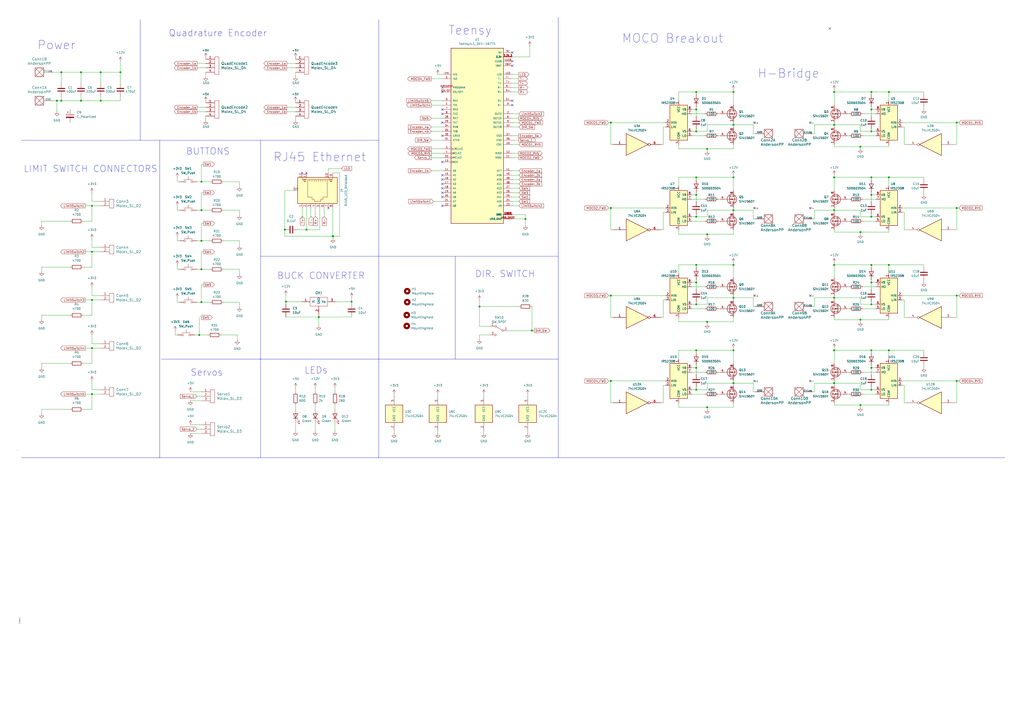
<source format=kicad_sch>
(kicad_sch (version 20230121) (generator eeschema)
  (paper "A2")
  (junction (at 403.86 203.2))
  (junction (at 499.11 134.62))
  (junction (at 505.46 153.67))
  (junction (at 505.46 213.36))
  (junction (at 354.33 120.65))
  (junction (at 505.46 102.87))
  (junction (at 410.21 86.36))
  (junction (at 505.46 125.73))
  (junction (at 499.11 85.09))
  (junction (at 425.45 53.34))
  (junction (at 554.99 120.65))
  (junction (at 425.45 172.72))
  (junction (at 499.11 185.42))
  (junction (at 403.86 63.5))
  (junction (at 278.13 177.8))
  (junction (at 165.227 133.223))
  (junction (at 499.11 234.95))
  (junction (at 554.99 71.12))
  (junction (at 483.87 72.39))
  (junction (at 403.86 125.73))
  (junction (at 35.56 41.91))
  (junction (at 425.45 153.67))
  (junction (at 483.87 102.87))
  (junction (at 403.86 163.83))
  (junction (at 116.84 121.92))
  (junction (at 410.21 135.89))
  (junction (at 354.33 220.98))
  (junction (at 53.34 201.93))
  (junction (at 483.87 172.72))
  (junction (at 354.33 71.12))
  (junction (at 515.62 203.2))
  (junction (at 58.42 58.42))
  (junction (at 425.45 72.39))
  (junction (at 403.86 53.34))
  (junction (at 53.34 228.6))
  (junction (at 483.87 222.25))
  (junction (at 116.84 156.21))
  (junction (at 193.167 137.033))
  (junction (at 505.46 113.03))
  (junction (at 53.34 173.99))
  (junction (at 53.34 146.05))
  (junction (at 403.86 113.03))
  (junction (at 505.46 53.34))
  (junction (at 403.86 226.06))
  (junction (at 184.912 183.896))
  (junction (at 177.8 133.223))
  (junction (at 403.86 176.53))
  (junction (at 483.87 153.67))
  (junction (at 165.862 175.006))
  (junction (at 35.56 58.42))
  (junction (at 53.34 119.38))
  (junction (at 403.86 76.2))
  (junction (at 505.46 63.5))
  (junction (at 483.87 53.34))
  (junction (at 33.02 58.42))
  (junction (at 425.45 203.2))
  (junction (at 410.21 186.69))
  (junction (at 403.86 102.87))
  (junction (at 505.46 76.2))
  (junction (at 58.42 41.91))
  (junction (at 515.62 53.34))
  (junction (at 505.46 226.06))
  (junction (at 403.86 153.67))
  (junction (at 115.57 194.31))
  (junction (at 116.84 105.41))
  (junction (at 69.85 41.91))
  (junction (at 425.45 102.87))
  (junction (at 410.21 236.22))
  (junction (at 554.99 171.45))
  (junction (at 308.61 191.77))
  (junction (at 425.45 222.25))
  (junction (at 515.62 153.67))
  (junction (at 425.45 121.92))
  (junction (at 505.46 163.83))
  (junction (at 46.99 58.42))
  (junction (at 116.84 175.26))
  (junction (at 483.87 203.2))
  (junction (at 304.8 127))
  (junction (at 483.87 121.92))
  (junction (at 505.46 203.2))
  (junction (at 554.99 220.98))
  (junction (at 46.99 41.91))
  (junction (at 203.962 175.006))
  (junction (at 354.33 171.45))
  (junction (at 505.46 176.53))
  (junction (at 403.86 213.36))
  (junction (at 193.04 137.033))
  (junction (at 515.62 102.87))
  (junction (at 116.84 139.7))
  (no_connect (at 297.18 30.48))
  (no_connect (at 175.26 100.33))
  (no_connect (at 256.54 66.04))
  (no_connect (at 297.18 38.1))
  (no_connect (at 256.54 104.14))
  (no_connect (at 256.54 101.6))
  (no_connect (at 256.54 119.38))
  (no_connect (at 190.5 120.65))
  (no_connect (at 297.18 58.42))
  (no_connect (at 256.54 78.74))
  (no_connect (at 297.18 60.96))
  (no_connect (at 297.18 35.56))
  (no_connect (at 256.54 93.98))
  (no_connect (at 256.54 114.3))
  (no_connect (at 256.54 106.68))
  (no_connect (at 256.54 53.34))
  (no_connect (at 481.33 16.51))
  (no_connect (at 256.54 71.12))
  (no_connect (at 177.8 100.33))
  (no_connect (at 256.54 50.8))
  (no_connect (at 256.54 109.22))
  (no_connect (at 256.54 111.76))
  (no_connect (at 256.54 63.5))
  (wire (pts (xy 505.46 102.87) (xy 505.46 104.14)))
  (wire (pts (xy 403.86 213.36) (xy 403.86 217.17)))
  (wire (pts (xy 24.13 182.88) (xy 40.64 182.88)))
  (wire (pts (xy 114.3 105.41) (xy 116.84 105.41)))
  (wire (pts (xy 250.19 68.58) (xy 256.54 68.58)))
  (wire (pts (xy 53.34 143.51) (xy 53.34 138.43)))
  (wire (pts (xy 483.87 52.07) (xy 483.87 53.34)))
  (wire (pts (xy 483.87 210.82) (xy 483.87 203.2)))
  (wire (pts (xy 410.21 186.69) (xy 410.21 187.96)))
  (wire (pts (xy 166.37 39.37) (xy 171.45 39.37)))
  (wire (pts (xy 436.88 222.25) (xy 436.88 227.33)))
  (wire (pts (xy 53.34 226.06) (xy 53.34 220.98)))
  (wire (pts (xy 297.18 43.18) (xy 300.99 43.18)))
  (wire (pts (xy 393.7 158.75) (xy 393.7 153.67)))
  (wire (pts (xy 393.7 208.28) (xy 393.7 203.2)))
  (wire (pts (xy 505.46 153.67) (xy 505.46 154.94)))
  (wire (pts (xy 24.13 210.82) (xy 24.13 213.36)))
  (wire (pts (xy 193.04 137.033) (xy 165.227 137.033)))
  (wire (pts (xy 472.44 222.25) (xy 483.87 222.25)))
  (wire (pts (xy 436.88 121.92) (xy 436.88 127)))
  (wire (pts (xy 308.61 191.77) (xy 309.88 191.77)))
  (wire (pts (xy 24.13 237.49) (xy 40.64 237.49)))
  (wire (pts (xy 24.13 237.49) (xy 24.13 240.03)))
  (wire (pts (xy 505.46 212.09) (xy 505.46 213.36)))
  (wire (pts (xy 500.38 115.57) (xy 508 115.57)))
  (wire (pts (xy 187.96 120.65) (xy 187.96 123.063)))
  (wire (pts (xy 523.24 71.12) (xy 554.99 71.12)))
  (wire (pts (xy 297.18 50.8) (xy 300.99 50.8)))
  (wire (pts (xy 393.7 184.15) (xy 393.7 186.69)))
  (wire (pts (xy 483.87 172.72) (xy 483.87 173.99)))
  (wire (pts (xy 483.87 172.72) (xy 499.11 172.72)))
  (wire (pts (xy 53.34 228.6) (xy 58.42 228.6)))
  (polyline (pts (xy 151.13 265.43) (xy 151.13 208.28)))
  (wire (pts (xy 393.7 236.22) (xy 410.21 236.22)))
  (wire (pts (xy 177.8 120.65) (xy 177.8 133.223)))
  (wire (pts (xy 515.62 158.75) (xy 515.62 153.67)))
  (wire (pts (xy 499.11 222.25) (xy 499.11 226.06)))
  (wire (pts (xy 505.46 176.53) (xy 508 176.53)))
  (wire (pts (xy 53.34 182.88) (xy 48.26 182.88)))
  (wire (pts (xy 483.87 220.98) (xy 483.87 222.25)))
  (wire (pts (xy 53.34 146.05) (xy 53.34 154.94)))
  (wire (pts (xy 515.62 83.82) (xy 515.62 85.09)))
  (wire (pts (xy 535.94 111.76) (xy 535.94 113.03)))
  (wire (pts (xy 483.87 60.96) (xy 483.87 53.34)))
  (wire (pts (xy 425.45 203.2) (xy 425.45 210.82)))
  (wire (pts (xy 472.44 72.39) (xy 472.44 77.47)))
  (wire (pts (xy 505.46 113.03) (xy 508 113.03)))
  (wire (pts (xy 297.18 71.12) (xy 300.99 71.12)))
  (wire (pts (xy 401.32 228.6) (xy 408.94 228.6)))
  (wire (pts (xy 425.45 172.72) (xy 425.45 173.99)))
  (wire (pts (xy 401.32 215.9) (xy 408.94 215.9)))
  (wire (pts (xy 294.64 191.77) (xy 308.61 191.77)))
  (wire (pts (xy 195.072 175.006) (xy 203.962 175.006)))
  (wire (pts (xy 410.21 72.39) (xy 410.21 76.2)))
  (wire (pts (xy 505.46 125.73) (xy 505.46 124.46)))
  (wire (pts (xy 384.81 83.82) (xy 383.54 83.82)))
  (wire (pts (xy 297.18 81.28) (xy 300.99 81.28)))
  (wire (pts (xy 278.13 177.8) (xy 300.99 177.8)))
  (wire (pts (xy 250.19 86.36) (xy 256.54 86.36)))
  (wire (pts (xy 114.3 139.7) (xy 116.84 139.7)))
  (wire (pts (xy 425.45 102.87) (xy 425.45 110.49)))
  (wire (pts (xy 308.61 177.8) (xy 308.61 191.77)))
  (wire (pts (xy 535.94 153.67) (xy 535.94 154.94)))
  (wire (pts (xy 138.938 139.7) (xy 138.938 142.621)))
  (wire (pts (xy 425.45 71.12) (xy 425.45 72.39)))
  (polyline (pts (xy 151.13 208.28) (xy 151.13 81.28)))
  (wire (pts (xy 278.13 173.99) (xy 278.13 177.8)))
  (wire (pts (xy 53.34 116.84) (xy 53.34 111.76)))
  (wire (pts (xy 280.67 228.6) (xy 280.67 229.87)))
  (wire (pts (xy 393.7 186.69) (xy 410.21 186.69)))
  (polyline (pts (xy 323.85 265.43) (xy 323.85 10.16)))
  (wire (pts (xy 193.04 120.65) (xy 193.04 137.033)))
  (wire (pts (xy 297.18 88.9) (xy 300.99 88.9)))
  (wire (pts (xy 403.86 53.34) (xy 425.45 53.34)))
  (wire (pts (xy 401.32 163.83) (xy 403.86 163.83)))
  (wire (pts (xy 384.81 184.15) (xy 383.54 184.15)))
  (wire (pts (xy 410.21 222.25) (xy 410.21 226.06)))
  (wire (pts (xy 182.88 234.95) (xy 182.88 237.49)))
  (wire (pts (xy 58.42 55.88) (xy 58.42 58.42)))
  (polyline (pts (xy 219.71 265.43) (xy 219.71 208.28)))
  (wire (pts (xy 505.46 163.83) (xy 505.46 167.64)))
  (wire (pts (xy 425.45 152.4) (xy 425.45 153.67)))
  (wire (pts (xy 515.62 208.28) (xy 515.62 203.2)))
  (wire (pts (xy 491.49 128.27) (xy 492.76 128.27)))
  (wire (pts (xy 425.45 72.39) (xy 436.88 72.39)))
  (wire (pts (xy 354.33 83.82) (xy 355.6 83.82)))
  (wire (pts (xy 524.51 123.19) (xy 524.51 133.35)))
  (wire (pts (xy 499.11 234.95) (xy 499.11 236.22)))
  (wire (pts (xy 300.99 83.82) (xy 297.18 83.82)))
  (wire (pts (xy 138.938 121.92) (xy 138.938 124.841)))
  (wire (pts (xy 58.42 226.06) (xy 53.34 226.06)))
  (wire (pts (xy 110.49 232.41) (xy 116.84 232.41)))
  (wire (pts (xy 508 78.74) (xy 500.38 78.74)))
  (wire (pts (xy 508 228.6) (xy 500.38 228.6)))
  (wire (pts (xy 102.87 119.38) (xy 102.87 121.92)))
  (wire (pts (xy 403.86 153.67) (xy 425.45 153.67)))
  (wire (pts (xy 499.11 134.62) (xy 499.11 135.89)))
  (wire (pts (xy 523.24 173.99) (xy 524.51 173.99)))
  (wire (pts (xy 280.67 250.19) (xy 280.67 251.46)))
  (wire (pts (xy 102.87 105.41) (xy 104.14 105.41)))
  (wire (pts (xy 171.45 245.11) (xy 171.45 250.19)))
  (wire (pts (xy 58.42 143.51) (xy 53.34 143.51)))
  (wire (pts (xy 102.87 121.92) (xy 104.14 121.92)))
  (wire (pts (xy 35.56 41.91) (xy 46.99 41.91)))
  (wire (pts (xy 297.18 91.44) (xy 300.99 91.44)))
  (wire (pts (xy 119.38 41.91) (xy 119.38 44.45)))
  (wire (pts (xy 129.54 139.7) (xy 138.938 139.7)))
  (wire (pts (xy 53.34 154.94) (xy 48.26 154.94)))
  (wire (pts (xy 491.49 179.07) (xy 492.76 179.07)))
  (wire (pts (xy 523.24 223.52) (xy 524.51 223.52)))
  (wire (pts (xy 250.19 76.2) (xy 256.54 76.2)))
  (wire (pts (xy 53.34 173.99) (xy 58.42 173.99)))
  (wire (pts (xy 403.86 125.73) (xy 410.21 125.73)))
  (wire (pts (xy 297.18 111.76) (xy 300.99 111.76)))
  (wire (pts (xy 250.19 45.72) (xy 256.54 45.72)))
  (wire (pts (xy 254 228.6) (xy 254 229.87)))
  (wire (pts (xy 393.7 133.35) (xy 393.7 135.89)))
  (wire (pts (xy 297.18 78.74) (xy 300.99 78.74)))
  (wire (pts (xy 508 128.27) (xy 500.38 128.27)))
  (wire (pts (xy 500.38 66.04) (xy 508 66.04)))
  (wire (pts (xy 416.56 66.04) (xy 417.83 66.04)))
  (wire (pts (xy 515.62 153.67) (xy 535.94 153.67)))
  (wire (pts (xy 297.18 73.66) (xy 300.99 73.66)))
  (wire (pts (xy 483.87 134.62) (xy 499.11 134.62)))
  (polyline (pts (xy 81.28 81.28) (xy 12.319 81.28)))
  (wire (pts (xy 499.11 72.39) (xy 499.11 76.2)))
  (wire (pts (xy 523.24 220.98) (xy 554.99 220.98)))
  (wire (pts (xy 116.84 129.54) (xy 116.84 139.7)))
  (wire (pts (xy 491.49 215.9) (xy 492.76 215.9)))
  (wire (pts (xy 304.8 127) (xy 304.8 130.81)))
  (wire (pts (xy 401.32 115.57) (xy 408.94 115.57)))
  (wire (pts (xy 138.938 156.21) (xy 138.938 159.131)))
  (wire (pts (xy 410.21 121.92) (xy 410.21 125.73)))
  (wire (pts (xy 505.46 176.53) (xy 499.11 176.53)))
  (wire (pts (xy 505.46 76.2) (xy 508 76.2)))
  (wire (pts (xy 175.26 120.65) (xy 175.26 126.873)))
  (wire (pts (xy 401.32 125.73) (xy 403.86 125.73)))
  (wire (pts (xy 403.86 212.09) (xy 403.86 213.36)))
  (wire (pts (xy 403.86 76.2) (xy 410.21 76.2)))
  (wire (pts (xy 401.32 176.53) (xy 403.86 176.53)))
  (wire (pts (xy 58.42 171.45) (xy 53.34 171.45)))
  (wire (pts (xy 483.87 71.12) (xy 483.87 72.39)))
  (wire (pts (xy 203.962 183.896) (xy 184.912 183.896)))
  (wire (pts (xy 172.847 133.223) (xy 177.8 133.223)))
  (wire (pts (xy 393.7 102.87) (xy 403.86 102.87)))
  (wire (pts (xy 53.34 119.38) (xy 58.42 119.38)))
  (wire (pts (xy 425.45 121.92) (xy 425.45 123.19)))
  (wire (pts (xy 166.37 64.77) (xy 171.45 64.77)))
  (wire (pts (xy 53.34 171.45) (xy 53.34 166.37)))
  (wire (pts (xy 35.56 41.91) (xy 35.56 48.26)))
  (wire (pts (xy 58.42 116.84) (xy 53.34 116.84)))
  (wire (pts (xy 403.86 203.2) (xy 425.45 203.2)))
  (wire (pts (xy 114.3 36.83) (xy 119.38 36.83)))
  (wire (pts (xy 46.99 41.91) (xy 58.42 41.91)))
  (wire (pts (xy 471.17 177.8) (xy 472.44 177.8)))
  (wire (pts (xy 425.45 53.34) (xy 425.45 60.96)))
  (wire (pts (xy 297.18 101.6) (xy 300.99 101.6)))
  (wire (pts (xy 297.18 116.84) (xy 300.99 116.84)))
  (wire (pts (xy 46.99 55.88) (xy 46.99 58.42)))
  (polyline (pts (xy 219.71 11.43) (xy 219.71 81.28)))
  (wire (pts (xy 393.7 203.2) (xy 403.86 203.2)))
  (wire (pts (xy 505.46 76.2) (xy 499.11 76.2)))
  (wire (pts (xy 58.42 41.91) (xy 58.42 48.26)))
  (wire (pts (xy 297.18 53.34) (xy 300.99 53.34)))
  (wire (pts (xy 410.21 186.69) (xy 425.45 186.69)))
  (wire (pts (xy 182.88 120.65) (xy 182.88 124.333)))
  (wire (pts (xy 58.42 41.91) (xy 69.85 41.91)))
  (wire (pts (xy 535.94 102.87) (xy 535.94 104.14)))
  (wire (pts (xy 515.62 102.87) (xy 535.94 102.87)))
  (wire (pts (xy 403.86 224.79) (xy 403.86 226.06)))
  (wire (pts (xy 250.19 60.96) (xy 256.54 60.96)))
  (wire (pts (xy 165.862 183.896) (xy 184.912 183.896)))
  (wire (pts (xy 49.53 173.99) (xy 53.34 173.99)))
  (wire (pts (xy 116.84 121.92) (xy 121.92 121.92)))
  (wire (pts (xy 278.13 189.23) (xy 278.13 177.8)))
  (polyline (pts (xy 11.43 361.95) (xy 11.43 359.41)))
  (wire (pts (xy 403.86 111.76) (xy 403.86 113.03)))
  (wire (pts (xy 115.57 184.15) (xy 115.57 194.31)))
  (wire (pts (xy 505.46 62.23) (xy 505.46 63.5)))
  (wire (pts (xy 554.99 120.65) (xy 556.26 120.65)))
  (wire (pts (xy 113.03 194.31) (xy 115.57 194.31)))
  (wire (pts (xy 403.86 163.83) (xy 403.86 167.64)))
  (wire (pts (xy 410.21 236.22) (xy 410.21 237.49)))
  (wire (pts (xy 416.56 115.57) (xy 417.83 115.57)))
  (wire (pts (xy 410.21 86.36) (xy 410.21 87.63)))
  (wire (pts (xy 524.51 133.35) (xy 525.78 133.35)))
  (wire (pts (xy 483.87 184.15) (xy 483.87 185.42)))
  (wire (pts (xy 30.48 58.42) (xy 33.02 58.42)))
  (wire (pts (xy 102.87 153.67) (xy 102.87 156.21)))
  (wire (pts (xy 384.81 233.68) (xy 384.81 223.52)))
  (wire (pts (xy 483.87 72.39) (xy 499.11 72.39)))
  (polyline (pts (xy 151.13 208.28) (xy 93.599 208.28)))
  (wire (pts (xy 166.37 62.23) (xy 171.45 62.23)))
  (wire (pts (xy 524.51 73.66) (xy 524.51 83.82)))
  (polyline (pts (xy 11.43 360.68) (xy 11.43 358.14)))
  (wire (pts (xy 401.32 179.07) (xy 408.94 179.07)))
  (wire (pts (xy 166.37 36.83) (xy 171.45 36.83)))
  (wire (pts (xy 505.46 125.73) (xy 499.11 125.73)))
  (wire (pts (xy 297.18 119.38) (xy 300.99 119.38)))
  (wire (pts (xy 102.87 156.21) (xy 104.14 156.21)))
  (wire (pts (xy 118.11 95.25) (xy 116.84 95.25)))
  (wire (pts (xy 171.45 59.69) (xy 171.45 58.674)))
  (wire (pts (xy 524.51 223.52) (xy 524.51 233.68)))
  (wire (pts (xy 403.86 53.34) (xy 403.86 54.61)))
  (wire (pts (xy 425.45 121.92) (xy 410.21 121.92)))
  (polyline (pts (xy 9.906 261.366) (xy 9.906 261.239)))
  (wire (pts (xy 354.33 71.12) (xy 354.33 83.82)))
  (wire (pts (xy 53.34 128.27) (xy 48.26 128.27)))
  (wire (pts (xy 24.13 182.88) (xy 24.13 185.42)))
  (wire (pts (xy 416.56 179.07) (xy 417.83 179.07)))
  (wire (pts (xy 436.88 77.47) (xy 438.15 77.47)))
  (wire (pts (xy 403.86 74.93) (xy 403.86 76.2)))
  (wire (pts (xy 129.54 121.92) (xy 138.938 121.92)))
  (wire (pts (xy 165.227 137.033) (xy 165.227 133.223)))
  (wire (pts (xy 436.88 177.8) (xy 438.15 177.8)))
  (polyline (pts (xy 149.86 265.43) (xy 92.329 265.43)))
  (wire (pts (xy 483.87 171.45) (xy 483.87 172.72)))
  (wire (pts (xy 425.45 233.68) (xy 425.45 236.22)))
  (wire (pts (xy 524.51 173.99) (xy 524.51 184.15)))
  (wire (pts (xy 491.49 78.74) (xy 492.76 78.74)))
  (wire (pts (xy 194.31 224.79) (xy 194.31 227.33)))
  (wire (pts (xy 49.53 201.93) (xy 53.34 201.93)))
  (polyline (pts (xy 219.71 81.28) (xy 80.899 81.28)))
  (wire (pts (xy 354.33 133.35) (xy 355.6 133.35)))
  (wire (pts (xy 198.12 97.79) (xy 190.5 97.79)))
  (wire (pts (xy 403.86 203.2) (xy 403.86 204.47)))
  (wire (pts (xy 53.34 210.82) (xy 48.26 210.82)))
  (wire (pts (xy 505.46 176.53) (xy 505.46 175.26)))
  (wire (pts (xy 499.11 121.92) (xy 499.11 125.73)))
  (wire (pts (xy 114.3 248.92) (xy 116.84 248.92)))
  (wire (pts (xy 171.45 67.31) (xy 171.45 69.85)))
  (wire (pts (xy 505.46 162.56) (xy 505.46 163.83)))
  (wire (pts (xy 554.99 171.45) (xy 556.26 171.45)))
  (wire (pts (xy 403.86 102.87) (xy 425.45 102.87)))
  (polyline (pts (xy 92.71 265.43) (xy 12.319 265.43)))
  (wire (pts (xy 524.51 233.68) (xy 525.78 233.68)))
  (wire (pts (xy 53.34 199.39) (xy 53.34 194.31)))
  (wire (pts (xy 425.45 120.65) (xy 425.45 121.92)))
  (wire (pts (xy 114.3 156.21) (xy 116.84 156.21)))
  (wire (pts (xy 180.34 125.603) (xy 180.467 125.603)))
  (wire (pts (xy 401.32 63.5) (xy 403.86 63.5)))
  (wire (pts (xy 471.17 227.33) (xy 472.44 227.33)))
  (wire (pts (xy 416.56 228.6) (xy 417.83 228.6)))
  (wire (pts (xy 354.33 220.98) (xy 354.33 233.68)))
  (wire (pts (xy 116.84 156.21) (xy 121.92 156.21)))
  (wire (pts (xy 483.87 152.4) (xy 483.87 153.67)))
  (wire (pts (xy 353.06 120.65) (xy 354.33 120.65)))
  (wire (pts (xy 401.32 213.36) (xy 403.86 213.36)))
  (wire (pts (xy 483.87 120.65) (xy 483.87 121.92)))
  (wire (pts (xy 297.18 99.06) (xy 300.99 99.06)))
  (wire (pts (xy 401.32 166.37) (xy 408.94 166.37)))
  (wire (pts (xy 35.56 58.42) (xy 46.99 58.42)))
  (wire (pts (xy 194.31 245.11) (xy 194.31 250.19)))
  (wire (pts (xy 554.99 83.82) (xy 553.72 83.82)))
  (wire (pts (xy 203.962 175.006) (xy 203.962 176.276)))
  (wire (pts (xy 425.45 121.92) (xy 436.88 121.92)))
  (wire (pts (xy 182.88 124.333) (xy 183.007 124.333)))
  (wire (pts (xy 278.13 194.31) (xy 278.13 196.85)))
  (wire (pts (xy 174.752 175.006) (xy 165.862 175.006)))
  (wire (pts (xy 49.53 146.05) (xy 53.34 146.05)))
  (polyline (pts (xy 219.71 265.43) (xy 149.479 265.43)))
  (wire (pts (xy 554.99 171.45) (xy 554.99 184.15)))
  (wire (pts (xy 24.13 154.94) (xy 40.64 154.94)))
  (wire (pts (xy 114.3 64.77) (xy 119.38 64.77)))
  (wire (pts (xy 306.07 228.6) (xy 306.07 229.87)))
  (wire (pts (xy 171.45 34.29) (xy 171.45 33.274)))
  (wire (pts (xy 297.18 104.14) (xy 300.99 104.14)))
  (wire (pts (xy 190.5 97.79) (xy 190.5 100.33)))
  (wire (pts (xy 384.81 73.66) (xy 386.08 73.66)))
  (wire (pts (xy 403.86 102.87) (xy 403.86 104.14)))
  (wire (pts (xy 403.86 63.5) (xy 403.86 67.31)))
  (wire (pts (xy 425.45 222.25) (xy 425.45 223.52)))
  (wire (pts (xy 505.46 125.73) (xy 508 125.73)))
  (wire (pts (xy 175.26 126.873) (xy 175.387 126.873)))
  (wire (pts (xy 554.99 71.12) (xy 556.26 71.12)))
  (wire (pts (xy 115.57 194.31) (xy 120.65 194.31)))
  (wire (pts (xy 505.46 153.67) (xy 515.62 153.67)))
  (wire (pts (xy 425.45 83.82) (xy 425.45 86.36)))
  (wire (pts (xy 403.86 176.53) (xy 410.21 176.53)))
  (wire (pts (xy 254 250.19) (xy 254 251.46)))
  (wire (pts (xy 554.99 120.65) (xy 554.99 133.35)))
  (wire (pts (xy 505.46 226.06) (xy 508 226.06)))
  (wire (pts (xy 193.167 137.033) (xy 193.167 138.303)))
  (wire (pts (xy 384.81 123.19) (xy 386.08 123.19)))
  (wire (pts (xy 416.56 215.9) (xy 417.83 215.9)))
  (wire (pts (xy 165.862 171.196) (xy 165.862 175.006)))
  (wire (pts (xy 307.34 33.02) (xy 297.18 33.02)))
  (wire (pts (xy 184.912 183.896) (xy 184.912 188.976)))
  (wire (pts (xy 119.38 67.31) (xy 119.38 69.85)))
  (wire (pts (xy 297.18 68.58) (xy 300.99 68.58)))
  (wire (pts (xy 393.7 53.34) (xy 403.86 53.34)))
  (wire (pts (xy 393.7 83.82) (xy 393.7 86.36)))
  (wire (pts (xy 101.6 194.31) (xy 102.87 194.31)))
  (wire (pts (xy 193.04 137.033) (xy 193.167 137.033)))
  (wire (pts (xy 401.32 66.04) (xy 408.94 66.04)))
  (wire (pts (xy 483.87 133.35) (xy 483.87 134.62)))
  (polyline (pts (xy 264.16 208.28) (xy 264.16 148.59)))
  (wire (pts (xy 554.99 233.68) (xy 553.72 233.68)))
  (wire (pts (xy 354.33 171.45) (xy 354.33 184.15)))
  (wire (pts (xy 524.51 184.15) (xy 525.78 184.15)))
  (wire (pts (xy 194.31 234.95) (xy 194.31 237.49)))
  (wire (pts (xy 182.88 224.79) (xy 182.88 227.33)))
  (wire (pts (xy 297.18 48.26) (xy 300.99 48.26)))
  (wire (pts (xy 410.21 135.89) (xy 425.45 135.89)))
  (wire (pts (xy 118.11 146.05) (xy 116.84 146.05)))
  (wire (pts (xy 505.46 213.36) (xy 508 213.36)))
  (wire (pts (xy 483.87 101.6) (xy 483.87 102.87)))
  (wire (pts (xy 425.45 101.6) (xy 425.45 102.87)))
  (wire (pts (xy 483.87 161.29) (xy 483.87 153.67)))
  (wire (pts (xy 483.87 72.39) (xy 483.87 73.66)))
  (wire (pts (xy 58.42 199.39) (xy 53.34 199.39)))
  (wire (pts (xy 128.27 194.31) (xy 137.668 194.31)))
  (wire (pts (xy 118.11 165.1) (xy 116.84 165.1)))
  (wire (pts (xy 505.46 102.87) (xy 515.62 102.87)))
  (wire (pts (xy 425.45 153.67) (xy 425.45 161.29)))
  (wire (pts (xy 416.56 128.27) (xy 417.83 128.27)))
  (wire (pts (xy 114.3 229.87) (xy 116.84 229.87)))
  (wire (pts (xy 110.49 246.38) (xy 116.84 246.38)))
  (wire (pts (xy 401.32 76.2) (xy 403.86 76.2)))
  (wire (pts (xy 53.34 119.38) (xy 53.34 128.27)))
  (wire (pts (xy 53.34 201.93) (xy 58.42 201.93)))
  (wire (pts (xy 250.19 81.28) (xy 256.54 81.28)))
  (wire (pts (xy 24.13 154.94) (xy 24.13 157.48)))
  (wire (pts (xy 505.46 53.34) (xy 505.46 54.61)))
  (wire (pts (xy 425.45 201.93) (xy 425.45 203.2)))
  (wire (pts (xy 483.87 234.95) (xy 499.11 234.95)))
  (wire (pts (xy 515.62 107.95) (xy 515.62 102.87)))
  (wire (pts (xy 53.34 173.99) (xy 53.34 182.88)))
  (wire (pts (xy 499.11 234.95) (xy 515.62 234.95)))
  (wire (pts (xy 384.81 133.35) (xy 383.54 133.35)))
  (wire (pts (xy 505.46 213.36) (xy 505.46 217.17)))
  (wire (pts (xy 165.862 175.006) (xy 165.862 176.276)))
  (wire (pts (xy 53.34 201.93) (xy 53.34 210.82)))
  (wire (pts (xy 307.34 26.67) (xy 307.34 33.02)))
  (wire (pts (xy 425.45 184.15) (xy 425.45 186.69)))
  (wire (pts (xy 384.81 223.52) (xy 386.08 223.52)))
  (wire (pts (xy 554.99 220.98) (xy 554.99 233.68)))
  (wire (pts (xy 472.44 121.92) (xy 472.44 127)))
  (wire (pts (xy 483.87 222.25) (xy 499.11 222.25)))
  (wire (pts (xy 250.19 91.44) (xy 256.54 91.44)))
  (wire (pts (xy 499.11 185.42) (xy 515.62 185.42)))
  (wire (pts (xy 58.42 58.42) (xy 69.85 58.42)))
  (wire (pts (xy 500.38 215.9) (xy 508 215.9)))
  (wire (pts (xy 110.49 227.33) (xy 116.84 227.33)))
  (wire (pts (xy 116.84 95.25) (xy 116.84 105.41)))
  (wire (pts (xy 508 179.07) (xy 500.38 179.07)))
  (wire (pts (xy 46.99 58.42) (xy 58.42 58.42)))
  (wire (pts (xy 505.46 163.83) (xy 508 163.83)))
  (wire (pts (xy 425.45 72.39) (xy 410.21 72.39)))
  (wire (pts (xy 297.18 106.68) (xy 300.99 106.68)))
  (wire (pts (xy 118.11 111.76) (xy 116.84 111.76)))
  (wire (pts (xy 410.21 236.22) (xy 425.45 236.22)))
  (wire (pts (xy 46.99 41.91) (xy 46.99 48.26)))
  (wire (pts (xy 425.45 220.98) (xy 425.45 222.25)))
  (wire (pts (xy 472.44 172.72) (xy 483.87 172.72)))
  (wire (pts (xy 483.87 121.92) (xy 499.11 121.92)))
  (wire (pts (xy 353.06 71.12) (xy 354.33 71.12)))
  (wire (pts (xy 483.87 121.92) (xy 483.87 123.19)))
  (wire (pts (xy 193.04 100.33) (xy 196.977 100.33)))
  (wire (pts (xy 524.51 83.82) (xy 525.78 83.82)))
  (wire (pts (xy 505.46 63.5) (xy 508 63.5)))
  (wire (pts (xy 491.49 115.57) (xy 492.76 115.57)))
  (wire (pts (xy 505.46 203.2) (xy 515.62 203.2)))
  (wire (pts (xy 535.94 162.56) (xy 535.94 163.83)))
  (wire (pts (xy 393.7 233.68) (xy 393.7 236.22)))
  (wire (pts (xy 33.02 58.42) (xy 33.02 64.77)))
  (wire (pts (xy 393.7 135.89) (xy 410.21 135.89)))
  (wire (pts (xy 297.18 109.22) (xy 300.99 109.22)))
  (wire (pts (xy 483.87 53.34) (xy 505.46 53.34)))
  (wire (pts (xy 354.33 184.15) (xy 355.6 184.15)))
  (wire (pts (xy 116.84 165.1) (xy 116.84 175.26)))
  (wire (pts (xy 401.32 78.74) (xy 408.94 78.74)))
  (wire (pts (xy 483.87 153.67) (xy 505.46 153.67)))
  (wire (pts (xy 250.19 88.9) (xy 256.54 88.9)))
  (wire (pts (xy 69.85 55.88) (xy 69.85 58.42)))
  (wire (pts (xy 187.96 123.063) (xy 188.087 123.063)))
  (wire (pts (xy 49.53 119.38) (xy 53.34 119.38)))
  (wire (pts (xy 116.84 139.7) (xy 121.92 139.7)))
  (wire (pts (xy 401.32 226.06) (xy 403.86 226.06)))
  (wire (pts (xy 354.33 120.65) (xy 354.33 133.35)))
  (wire (pts (xy 184.912 182.626) (xy 184.912 183.896)))
  (wire (pts (xy 188.087 123.063) (xy 188.087 125.603)))
  (wire (pts (xy 102.87 172.72) (xy 102.87 175.26)))
  (wire (pts (xy 483.87 222.25) (xy 483.87 223.52)))
  (wire (pts (xy 535.94 212.09) (xy 535.94 213.36)))
  (wire (pts (xy 472.44 172.72) (xy 472.44 177.8)))
  (wire (pts (xy 297.18 45.72) (xy 300.99 45.72)))
  (wire (pts (xy 410.21 172.72) (xy 410.21 176.53)))
  (wire (pts (xy 165.227 110.49) (xy 165.227 133.223)))
  (wire (pts (xy 425.45 172.72) (xy 410.21 172.72)))
  (wire (pts (xy 53.34 228.6) (xy 53.34 237.49)))
  (wire (pts (xy 384.81 133.35) (xy 384.81 123.19)))
  (wire (pts (xy 472.44 72.39) (xy 483.87 72.39)))
  (wire (pts (xy 114.3 39.37) (xy 119.38 39.37)))
  (wire (pts (xy 384.81 233.68) (xy 383.54 233.68)))
  (wire (pts (xy 306.07 250.19) (xy 306.07 251.46)))
  (wire (pts (xy 535.94 62.23) (xy 535.94 63.5)))
  (wire (pts (xy 24.13 128.27) (xy 40.64 128.27)))
  (wire (pts (xy 138.938 105.41) (xy 138.938 108.331)))
  (wire (pts (xy 425.45 133.35) (xy 425.45 135.89)))
  (wire (pts (xy 118.11 129.54) (xy 116.84 129.54)))
  (wire (pts (xy 114.3 175.26) (xy 116.84 175.26)))
  (polyline (pts (xy 219.71 208.28) (xy 219.71 81.28)))
  (wire (pts (xy 119.38 34.29) (xy 119.38 33.274)))
  (wire (pts (xy 354.33 233.68) (xy 355.6 233.68)))
  (wire (pts (xy 535.94 53.34) (xy 535.94 54.61)))
  (wire (pts (xy 523.24 123.19) (xy 524.51 123.19)))
  (wire (pts (xy 472.44 121.92) (xy 483.87 121.92)))
  (wire (pts (xy 114.3 121.92) (xy 116.84 121.92)))
  (wire (pts (xy 515.62 133.35) (xy 515.62 134.62)))
  (wire (pts (xy 35.56 41.91) (xy 30.48 41.91)))
  (polyline (pts (xy 323.85 208.28) (xy 219.71 208.28)))
  (wire (pts (xy 393.7 58.42) (xy 393.7 53.34)))
  (wire (pts (xy 171.45 234.95) (xy 171.45 237.49)))
  (wire (pts (xy 425.45 222.25) (xy 410.21 222.25)))
  (wire (pts (xy 129.54 175.26) (xy 138.938 175.26)))
  (wire (pts (xy 505.46 53.34) (xy 515.62 53.34)))
  (wire (pts (xy 354.33 71.12) (xy 386.08 71.12)))
  (wire (pts (xy 116.84 111.76) (xy 116.84 121.92)))
  (wire (pts (xy 119.38 59.69) (xy 119.38 58.674)))
  (wire (pts (xy 250.19 58.42) (xy 256.54 58.42)))
  (wire (pts (xy 499.11 134.62) (xy 515.62 134.62)))
  (wire (pts (xy 203.962 172.466) (xy 203.962 175.006)))
  (wire (pts (xy 554.99 71.12) (xy 554.99 83.82)))
  (wire (pts (xy 183.007 124.333) (xy 183.007 125.603)))
  (wire (pts (xy 170.18 110.49) (xy 165.227 110.49)))
  (wire (pts (xy 110.49 251.46) (xy 116.84 251.46)))
  (wire (pts (xy 137.668 194.31) (xy 137.668 197.231)))
  (wire (pts (xy 554.99 133.35) (xy 553.72 133.35)))
  (wire (pts (xy 101.6 191.77) (xy 101.6 194.31)))
  (wire (pts (xy 401.32 128.27) (xy 408.94 128.27)))
  (wire (pts (xy 102.87 175.26) (xy 104.14 175.26)))
  (wire (pts (xy 171.45 224.79) (xy 171.45 227.33)))
  (wire (pts (xy 102.87 139.7) (xy 104.14 139.7)))
  (wire (pts (xy 354.33 220.98) (xy 386.08 220.98)))
  (wire (pts (xy 129.54 105.41) (xy 138.938 105.41)))
  (wire (pts (xy 425.45 72.39) (xy 425.45 73.66)))
  (wire (pts (xy 182.88 245.11) (xy 182.88 250.19)))
  (wire (pts (xy 515.62 184.15) (xy 515.62 185.42)))
  (wire (pts (xy 515.62 53.34) (xy 535.94 53.34)))
  (wire (pts (xy 254 43.18) (xy 256.54 43.18)))
  (wire (pts (xy 102.87 102.87) (xy 102.87 105.41)))
  (wire (pts (xy 499.11 85.09) (xy 515.62 85.09)))
  (polyline (pts (xy 582.93 265.43) (xy 323.469 265.43)))
  (wire (pts (xy 53.34 146.05) (xy 58.42 146.05)))
  (wire (pts (xy 491.49 166.37) (xy 492.76 166.37)))
  (wire (pts (xy 403.86 175.26) (xy 403.86 176.53)))
  (wire (pts (xy 483.87 102.87) (xy 505.46 102.87)))
  (wire (pts (xy 138.938 175.26) (xy 138.938 178.181)))
  (wire (pts (xy 102.87 137.16) (xy 102.87 139.7)))
  (wire (pts (xy 354.33 171.45) (xy 386.08 171.45)))
  (wire (pts (xy 483.87 203.2) (xy 505.46 203.2)))
  (wire (pts (xy 491.49 66.04) (xy 492.76 66.04)))
  (wire (pts (xy 425.45 171.45) (xy 425.45 172.72)))
  (wire (pts (xy 523.24 171.45) (xy 554.99 171.45)))
  (wire (pts (xy 393.7 153.67) (xy 403.86 153.67)))
  (wire (pts (xy 471.17 77.47) (xy 472.44 77.47)))
  (wire (pts (xy 403.86 124.46) (xy 403.86 125.73)))
  (wire (pts (xy 523.24 73.66) (xy 524.51 73.66)))
  (wire (pts (xy 69.85 35.56) (xy 69.85 41.91)))
  (wire (pts (xy 384.81 184.15) (xy 384.81 173.99)))
  (wire (pts (xy 33.02 58.42) (xy 35.56 58.42)))
  (wire (pts (xy 251.46 116.84) (xy 256.54 116.84)))
  (wire (pts (xy 129.54 156.21) (xy 138.938 156.21)))
  (wire (pts (xy 114.3 62.23) (xy 119.38 62.23)))
  (wire (pts (xy 384.81 173.99) (xy 386.08 173.99)))
  (polyline (pts (xy 323.85 265.43) (xy 219.329 265.43)))
  (polyline (pts (xy 81.28 11.43) (xy 81.28 81.28)))
  (wire (pts (xy 228.6 250.19) (xy 228.6 251.46)))
  (wire (pts (xy 116.84 146.05) (xy 116.84 156.21)))
  (wire (pts (xy 24.13 128.27) (xy 24.13 130.81)))
  (wire (pts (xy 554.99 220.98) (xy 556.26 220.98)))
  (wire (pts (xy 53.34 237.49) (xy 48.26 237.49)))
  (wire (pts (xy 401.32 113.03) (xy 403.86 113.03)))
  (wire (pts (xy 505.46 63.5) (xy 505.46 67.31)))
  (wire (pts (xy 483.87 85.09) (xy 499.11 85.09)))
  (wire (pts (xy 250.19 99.06) (xy 256.54 99.06)))
  (wire (pts (xy 180.34 120.65) (xy 180.34 125.603)))
  (wire (pts (xy 416.56 166.37) (xy 417.83 166.37)))
  (wire (pts (xy 483.87 83.82) (xy 483.87 85.09)))
  (wire (pts (xy 297.18 124.46) (xy 304.8 124.46)))
  (wire (pts (xy 353.06 171.45) (xy 354.33 171.45)))
  (wire (pts (xy 515.62 203.2) (xy 535.94 203.2)))
  (polyline (pts (xy 92.71 81.28) (xy 92.71 265.43)))
  (wire (pts (xy 483.87 233.68) (xy 483.87 234.95)))
  (wire (pts (xy 505.46 76.2) (xy 505.46 74.93)))
  (wire (pts (xy 175.387 126.873) (xy 175.387 125.603)))
  (wire (pts (xy 353.06 220.98) (xy 354.33 220.98)))
  (wire (pts (xy 500.38 166.37) (xy 508 166.37)))
  (wire (pts (xy 483.87 185.42) (xy 499.11 185.42)))
  (wire (pts (xy 403.86 153.67) (xy 403.86 154.94)))
  (wire (pts (xy 523.24 120.65) (xy 554.99 120.65)))
  (polyline (pts (xy 219.71 148.59) (xy 151.13 148.59)))
  (wire (pts (xy 416.56 78.74) (xy 417.83 78.74)))
  (wire (pts (xy 284.48 189.23) (xy 278.13 189.23)))
  (wire (pts (xy 505.46 226.06) (xy 499.11 226.06)))
  (wire (pts (xy 185.42 120.65) (xy 185.42 133.223)))
  (wire (pts (xy 535.94 203.2) (xy 535.94 204.47)))
  (wire (pts (xy 410.21 135.89) (xy 410.21 137.16)))
  (wire (pts (xy 49.53 228.6) (xy 53.34 228.6)))
  (wire (pts (xy 297.18 114.3) (xy 300.99 114.3)))
  (wire (pts (xy 403.86 226.06) (xy 410.21 226.06)))
  (wire (pts (xy 24.13 210.82) (xy 40.64 210.82)))
  (wire (pts (xy 436.88 127) (xy 438.15 127)))
  (wire (pts (xy 284.48 194.31) (xy 278.13 194.31)))
  (polyline (pts (xy 219.71 208.28) (xy 150.749 208.28)))
  (wire (pts (xy 505.46 113.03) (xy 505.46 116.84)))
  (wire (pts (xy 505.46 226.06) (xy 505.46 224.79)))
  (wire (pts (xy 483.87 110.49) (xy 483.87 102.87)))
  (wire (pts (xy 403.86 162.56) (xy 403.86 163.83)))
  (wire (pts (xy 425.45 172.72) (xy 436.88 172.72)))
  (wire (pts (xy 505.46 203.2) (xy 505.46 204.47)))
  (wire (pts (xy 116.84 105.41) (xy 121.92 105.41)))
  (wire (pts (xy 354.33 120.65) (xy 386.08 120.65)))
  (wire (pts (xy 410.21 86.36) (xy 425.45 86.36)))
  (wire (pts (xy 554.99 184.15) (xy 553.72 184.15)))
  (wire (pts (xy 297.18 127) (xy 304.8 127)))
  (wire (pts (xy 35.56 55.88) (xy 35.56 58.42)))
  (wire (pts (xy 499.11 185.42) (xy 499.11 186.69)))
  (wire (pts (xy 425.45 52.07) (xy 425.45 53.34)))
  (wire (pts (xy 483.87 201.93) (xy 483.87 203.2)))
  (wire (pts (xy 499.11 172.72) (xy 499.11 176.53)))
  (wire (pts (xy 505.46 111.76) (xy 505.46 113.03)))
  (wire (pts (xy 472.44 222.25) (xy 472.44 227.33)))
  (wire (pts (xy 515.62 233.68) (xy 515.62 234.95)))
  (wire (pts (xy 196.977 100.33) (xy 196.977 137.033)))
  (wire (pts (xy 297.18 66.04) (xy 300.99 66.04)))
  (wire (pts (xy 177.8 133.223) (xy 185.42 133.223)))
  (wire (pts (xy 250.19 73.66) (xy 256.54 73.66)))
  (wire (pts (xy 403.86 62.23) (xy 403.86 63.5)))
  (wire (pts (xy 515.62 58.42) (xy 515.62 53.34)))
  (wire (pts (xy 171.45 41.91) (xy 171.45 44.45)))
  (wire (pts (xy 436.88 72.39) (xy 436.88 77.47)))
  (wire (pts (xy 304.8 124.46) (xy 304.8 127)))
  (polyline (pts (xy 323.85 148.59) (xy 219.71 148.59)))
  (wire (pts (xy 69.85 41.91) (xy 69.85 48.26)))
  (wire (pts (xy 228.6 228.6) (xy 228.6 229.87)))
  (wire (pts (xy 425.45 222.25) (xy 436.88 222.25)))
  (wire (pts (xy 471.17 127) (xy 472.44 127)))
  (wire (pts (xy 403.86 113.03) (xy 403.86 116.84)))
  (wire (pts (xy 116.84 175.26) (xy 121.92 175.26)))
  (wire (pts (xy 499.11 85.09) (xy 499.11 86.36)))
  (wire (pts (xy 491.49 228.6) (xy 492.76 228.6)))
  (wire (pts (xy 393.7 86.36) (xy 410.21 86.36)))
  (wire (pts (xy 436.88 227.33) (xy 438.15 227.33)))
  (wire (pts (xy 193.167 137.033) (xy 196.977 137.033)))
  (wire (pts (xy 436.88 172.72) (xy 436.88 177.8)))
  (wire (pts (xy 384.81 83.82) (xy 384.81 73.66)))
  (wire (pts (xy 393.7 107.95) (xy 393.7 102.87)))
  (text "LIMIT SWITCH CONNECTORS" (at 91.44 100.33 0) (effects (font (size 3.81 3.81)) (justify right bottom)))
  (text "BUTTONS" (at 107.95 90.17 0) (effects (font (size 3.81 3.81)) (justify left bottom)))
  (text "DIR. SWITCH" (at 275.59 161.29 0) (effects (font (size 3.81 3.81)) (justify left bottom)))
  (text "RJ45 Ethernet" (at 158.369 94.234 0) (effects (font (size 5.08 5.08)) (justify left bottom)))
  (text "H-Bridge" (at 439.42 45.72 0) (effects (font (size 5.08 5.08)) (justify left bottom)))
  (text "Power\n" (at 21.59 29.21 0) (effects (font (size 5 5)) (justify left bottom)))
  (text "Servos" (at 110.49 218.44 0) (effects (font (size 3.81 3.81)) (justify left bottom)))
  (text "Teensy\n" (at 259.969 20.701 0) (effects (font (size 5.08 5.08)) (justify left bottom)))
  (text "MOCO Breakout" (at 360.68 25.4 0) (effects (font (size 5.08 5.08)) (justify left bottom)))
  (text "LEDs" (at 176.53 217.17 0) (effects (font (size 3.81 3.81)) (justify left bottom)))
  (text "Quadrature Encoder" (at 97.79 21.59 0) (effects (font (size 3.81 3.81)) (justify left bottom)))
  (text "BUCK CONVERTER" (at 160.782 162.306 0) (effects (font (size 3.81 3.81)) (justify left bottom)))
  (label "M+" (at 436.88 172.72 0))
  (label "M-" (at 472.44 121.92 180))
  (label "M-" (at 472.44 72.39 180))
  (label "M-" (at 472.44 222.25 180))
  (label "M+" (at 436.88 222.25 0))
  (label "M+" (at 436.88 121.92 0))
  (label "M+" (at 436.88 72.39 0))
  (label "M-" (at 472.44 172.72 180))
  (global_label "LimitSwitch1" (shape input) (at 251.46 116.84 180) (property "Intersheetrefs" "${INTERSHEET_REFS}" (effects hide)))
  (global_label "Encoder_1a" (shape output) (at 114.3 62.23 180) (property "Intersheetrefs" "${INTERSHEET_REFS}" (effects hide)))
  (global_label "Encoder_1a" (shape output) (at 166.37 62.23 180) (property "Intersheetrefs" "${INTERSHEET_REFS}" (effects hide)))
  (global_label "Encoder_2b" (shape input) (at 300.99 101.6 0) (property "Intersheetrefs" "${INTERSHEET_REFS}" (effects hide)))
  (global_label "Encoder_1b" (shape output) (at 114.3 39.37 180) (property "Intersheetrefs" "${INTERSHEET_REFS}" (effects hide)))
  (global_label "Encoder_1a" (shape output) (at 114.3 36.83 180) (property "Intersheetrefs" "${INTERSHEET_REFS}" (effects hide)))
  (global_label "SW5" (shape input) (at 250.19 68.58 180) (property "Intersheetrefs" "${INTERSHEET_REFS}" (effects hide)))
  (global_label "R-" (shape output) (at 300.99 50.8 0) (property "Intersheetrefs" "${INTERSHEET_REFS}" (effects hide)))
  (global_label "Servo_2" (shape input) (at 114.3 248.92 180) (property "Intersheetrefs" "${INTERSHEET_REFS}" (effects hide)))
  (global_label "LED" (shape input) (at 198.12 97.79 0) (property "Intersheetrefs" "${INTERSHEET_REFS}" (effects hide)))
  (global_label "T+" (shape input) (at 175.387 125.603 270) (property "Intersheetrefs" "${INTERSHEET_REFS}" (effects hide)))
  (global_label "T-" (shape input) (at 180.467 125.603 270) (property "Intersheetrefs" "${INTERSHEET_REFS}" (effects hide)))
  (global_label "DIR_SW" (shape input) (at 300.99 73.66 0) (property "Intersheetrefs" "${INTERSHEET_REFS}" (effects hide)))
  (global_label "SW3" (shape input) (at 300.99 111.76 0) (property "Intersheetrefs" "${INTERSHEET_REFS}" (effects hide)))
  (global_label "LimitSwitch5" (shape output) (at 49.53 228.6 180) (property "Intersheetrefs" "${INTERSHEET_REFS}" (effects hide)))
  (global_label "LimitSwitch2" (shape input) (at 300.99 119.38 0) (property "Intersheetrefs" "${INTERSHEET_REFS}" (effects hide)))
  (global_label "LimitSwitch1" (shape output) (at 49.53 119.38 180) (property "Intersheetrefs" "${INTERSHEET_REFS}" (effects hide)))
  (global_label "Encoder_1b" (shape output) (at 166.37 64.77 180) (property "Intersheetrefs" "${INTERSHEET_REFS}" (effects hide)))
  (global_label "Encoder_3b" (shape input) (at 300.99 106.68 0) (property "Intersheetrefs" "${INTERSHEET_REFS}" (effects hide)))
  (global_label "MOCO1_FWD" (shape input) (at 353.06 71.12 180) (property "Intersheetrefs" "${INTERSHEET_REFS}" (effects hide)))
  (global_label "Encoder_1b" (shape output) (at 166.37 39.37 180) (property "Intersheetrefs" "${INTERSHEET_REFS}" (effects hide)))
  (global_label "Encoder_3a" (shape output) (at 300.99 78.74 0) (property "Intersheetrefs" "${INTERSHEET_REFS}" (effects hide)))
  (global_label "MOCO1_FWD" (shape input) (at 300.99 71.12 0) (property "Intersheetrefs" "${INTERSHEET_REFS}" (effects hide)))
  (global_label "Encoder_1a" (shape output) (at 166.37 36.83 180) (property "Intersheetrefs" "${INTERSHEET_REFS}" (effects hide)))
  (global_label "DIR_SW" (shape output) (at 309.88 191.77 0) (property "Intersheetrefs" "${INTERSHEET_REFS}" (effects hide)))
  (global_label "Servo_2" (shape output) (at 250.19 91.44 180) (property "Intersheetrefs" "${INTERSHEET_REFS}" (effects hide)))
  (global_label "Encoder_2a" (shape input) (at 300.99 104.14 0) (property "Intersheetrefs" "${INTERSHEET_REFS}" (effects hide)))
  (global_label "LED" (shape output) (at 300.99 43.18 0) (property "Intersheetrefs" "${INTERSHEET_REFS}" (effects hide)))
  (global_label "T-" (shape output) (at 300.99 45.72 0) (property "Intersheetrefs" "${INTERSHEET_REFS}" (effects hide)))
  (global_label "LimitSwitch2" (shape output) (at 49.53 146.05 180) (property "Intersheetrefs" "${INTERSHEET_REFS}" (effects hide)))
  (global_label "Encoder_1b" (shape input) (at 250.19 99.06 180) (property "Intersheetrefs" "${INTERSHEET_REFS}" (effects hide)))
  (global_label "R+" (shape input) (at 183.007 125.603 270) (property "Intersheetrefs" "${INTERSHEET_REFS}" (effects hide)))
  (global_label "LimitSwitch3" (shape input) (at 300.99 66.04 0) (property "Intersheetrefs" "${INTERSHEET_REFS}" (effects hide)))
  (global_label "LimitSwitch3" (shape output) (at 49.53 173.99 180) (property "Intersheetrefs" "${INTERSHEET_REFS}" (effects hide)))
  (global_label "DIR_SW" (shape input) (at 250.19 81.28 180) (property "Intersheetrefs" "${INTERSHEET_REFS}" (effects hide)))
  (global_label "SW4" (shape output) (at 118.11 146.05 0) (property "Intersheetrefs" "${INTERSHEET_REFS}" (effects hide)))
  (global_label "MOCO3_FWD" (shape input) (at 353.06 171.45 180) (property "Intersheetrefs" "${INTERSHEET_REFS}" (effects hide)))
  (global_label "MOCO3_RVS" (shape input) (at 556.26 171.45 0) (property "Intersheetrefs" "${INTERSHEET_REFS}" (effects hide)))
  (global_label "SW1" (shape output) (at 118.11 95.25 0) (property "Intersheetrefs" "${INTERSHEET_REFS}" (effects hide)))
  (global_label "MOCO4_RVS" (shape output) (at 300.99 68.58 0) (property "Intersheetrefs" "${INTERSHEET_REFS}" (effects hide)))
  (global_label "MOCO2_FWD" (shape output) (at 300.99 91.44 0) (property "Intersheetrefs" "${INTERSHEET_REFS}" (effects hide)))
  (global_label "SW3" (shape output) (at 118.11 129.54 0) (property "Intersheetrefs" "${INTERSHEET_REFS}" (effects hide)))
  (global_label "Encoder_4a" (shape input) (at 250.19 73.66 180) (property "Intersheetrefs" "${INTERSHEET_REFS}" (effects hide)))
  (global_label "MOCO3_RVS" (shape output) (at 250.19 88.9 180) (property "Intersheetrefs" "${INTERSHEET_REFS}" (effects hide)))
  (global_label "SW5" (shape output) (at 118.11 165.1 0) (property "Intersheetrefs" "${INTERSHEET_REFS}" (effects hide)))
  (global_label "MOCO1_RVS" (shape input) (at 300.99 83.82 0) (property "Intersheetrefs" "${INTERSHEET_REFS}" (effects hide)))
  (global_label "MOCO1_RVS" (shape input) (at 556.26 71.12 0) (property "Intersheetrefs" "${INTERSHEET_REFS}" (effects hide)))
  (global_label "MOCO2_FWD" (shape input) (at 353.06 120.65 180) (property "Intersheetrefs" "${INTERSHEET_REFS}" (effects hide)))
  (global_label "R-" (shape input) (at 188.087 125.603 270) (property "Intersheetrefs" "${INTERSHEET_REFS}" (effects hide)))
  (global_label "SW5" (shape output) (at 116.84 184.15 0) (property "Intersheetrefs" "${INTERSHEET_REFS}" (effects hide)))
  (global_label "Servo_1" (shape output) (at 300.99 81.28 0) (property "Intersheetrefs" "${INTERSHEET_REFS}" (effects hide)))
  (global_label "LimitSwitch4" (shape output) (at 250.19 60.96 180) (property "Intersheetrefs" "${INTERSHEET_REFS}" (effects hide)))
  (global_label "SW2" (shape output) (at 118.11 111.76 0) (property "Intersheetrefs" "${INTERSHEET_REFS}" (effects hide)))
  (global_label "LimitSwitch5" (shape input) (at 250.19 58.42 180) (property "Intersheetrefs" "${INTERSHEET_REFS}" (effects hide)))
  (global_label "MOCO4_RVS" (shape input) (at 556.26 220.98 0) (property "Intersheetrefs" "${INTERSHEET_REFS}" (effects hide)))
  (global_label "MOCO3_FWD" (shape output) (at 250.19 86.36 180) (property "Intersheetrefs" "${INTERSHEET_REFS}" (effects hide)))
  (global_label "SW4" (shape input) (at 300.99 109.22 0) (property "Intersheetrefs" "${INTERSHEET_REFS}" (effects hide)))
  (global_label "Encoder_1a" (shape input) (at 300.99 99.06 0) (property "Intersheetrefs" "${INTERSHEET_REFS}" (effects hide)))
  (global_label "Encoder_1b" (shape output) (at 114.3 64.77 180) (property "Intersheetrefs" "${INTERSHEET_REFS}" (effects hide)))
  (global_label "SW1" (shape input) (at 300.99 116.84 0) (property "Intersheetrefs" "${INTERSHEET_REFS}" (effects hide)))
  (global_label "Encoder_4b" (shape input) (at 250.19 76.2 180) (property "Intersheetrefs" "${INTERSHEET_REFS}" (effects hide)))
  (global_label "MOCO4_FWD" (shape output) (at 250.19 45.72 180) (property "Intersheetrefs" "${INTERSHEET_REFS}" (effects hide)))
  (global_label "Servo_1" (shape input) (at 114.3 229.87 180) (property "Intersheetrefs" "${INTERSHEET_REFS}" (effects hide)))
  (global_label "MOCO2_RVS" (shape output) (at 300.99 88.9 0) (property "Intersheetrefs" "${INTERSHEET_REFS}" (effects hide)))
  (global_label "T+" (shape output) (at 300.99 48.26 0) (property "Intersheetrefs" "${INTERSHEET_REFS}" (effects hide)))
  (global_label "LimitSwitch4" (shape output) (at 49.53 201.93 180) (property "Intersheetrefs" "${INTERSHEET_REFS}" (effects hide)))
  (global_label "SW2" (shape input) (at 300.99 114.3 0) (property "Intersheetrefs" "${INTERSHEET_REFS}" (effects hide)))
  (global_label "MOCO4_FWD" (shape input) (at 353.06 220.98 180) (property "Intersheetrefs" "${INTERSHEET_REFS}" (effects hide)))
  (global_label "R+" (shape output) (at 300.99 53.34 0) (property "Intersheetrefs" "${INTERSHEET_REFS}" (effects hide)))
  (global_label "MOCO2_RVS" (shape input) (at 556.26 120.65 0) (property "Intersheetrefs" "${INTERSHEET_REFS}" (effects hide)))
  (symbol (lib_id "power:GND") (at 171.45 44.45 0) (unit 1)
    (property "Reference" "#PWR018" (effects hide))
    (property "Value" "GND" (at 171.577 48.133 0))
  )
  (symbol (lib_id "Device:R") (at 182.88 231.14 0) (unit 1)
    (property "Reference" "R15" (at 184.912 229.87 0) (effects (justify left)))
    (property "Value" "2k" (at 184.912 232.41 0) (effects (justify left)))
    (property "Footprint" "Resistor_SMD:R_0603_1608Metric_Pad0.98x0.95mm_HandSolder" (effects hide))
  )
  (symbol (lib_id "power:GND") (at 138.938 159.131 0) (unit 1)
    (property "Reference" "#PWR049" (effects hide))
    (property "Value" "GND" (at 138.938 164.211 0))
  )
  (symbol (lib_id "Device:R") (at 496.57 179.07 270) (mirror x) (unit 1)
    (property "Reference" "R25" (at 496.57 176.657 90))
    (property "Value" "100" (at 496.57 179.197 90))
    (property "Footprint" "Resistor_SMD:R_0603_1608Metric_Pad0.98x0.95mm_HandSolder" (effects hide))
  )
  (symbol (lib_id "Device:C") (at 165.862 180.086 0) (unit 1)
    (property "Reference" "C3" (at 169.672 178.816 0) (effects (justify left)))
    (property "Value" "10uF" (at 169.672 181.356 0) (effects (justify left)))
    (property "Footprint" "Capacitor_SMD:C_0603_1608Metric_Pad1.08x0.95mm_HandSolder" (effects hide))
  )
  (symbol (lib_id "Transistor_FET:Si4162DY") (at 486.41 215.9 0) (mirror y) (unit 1)
    (property "Reference" "Q15" (at 480.695 214.63 0) (effects (justify left)))
    (property "Value" "Si4156DY" (at 480.695 217.17 0) (effects (justify left)))
    (property "Footprint" "Package_SO:SOIC-8_3.9x4.9mm_P1.27mm" (effects hide))
    (property "Datasheet" "http://www.vishay.com/docs/68967/si4162dy.pdf" (effects hide))
  )
  (symbol (lib_id "Device:R") (at 412.75 128.27 90) (unit 1)
    (property "Reference" "R12" (at 412.75 125.857 90))
    (property "Value" "100" (at 412.75 128.27 90))
    (property "Footprint" "Resistor_SMD:R_0603_1608Metric_Pad0.98x0.95mm_HandSolder" (effects hide))
  )
  (symbol (lib_id "power:GND") (at 410.21 137.16 0) (unit 1)
    (property "Reference" "#PWR029" (effects hide))
    (property "Value" "GND" (at 410.21 141.605 0))
  )
  (symbol (lib_id "MRDT_Connectors:Molex_SL_04") (at 124.46 43.18 0) (unit 1)
    (property "Reference" "QuadEncode1" (at 128.27 36.83 0) (effects (font (size 1.524 1.524)) (justify left)))
    (property "Value" "Molex_SL_04" (at 128.27 39.37 0) (effects (font (size 1.524 1.524)) (justify left)))
    (property "Footprint" "MRDT_Connectors:MOLEX_SL_04_Vertical" (effects hide))
  )
  (symbol (lib_id "Device:C") (at 505.46 120.65 0) (mirror y) (unit 1)
    (property "Reference" "C13" (at 502.92 119.38 0) (effects (justify left)))
    (property "Value" "1uF" (at 502.92 121.92 0) (effects (justify left)))
    (property "Footprint" "Capacitor_SMD:C_0603_1608Metric_Pad1.08x0.95mm_HandSolder" (effects hide))
  )
  (symbol (lib_id "power:GND") (at 535.94 163.83 0) (mirror y) (unit 1)
    (property "Reference" "#PWR078" (effects hide))
    (property "Value" "GND" (at 535.94 168.275 0))
  )
  (symbol (lib_id "power:+12V") (at 425.45 152.4 0) (unit 1)
    (property "Reference" "#PWR041" (effects hide))
    (property "Value" "+12V" (at 425.45 147.955 0))
  )
  (symbol (lib_id "power:+3V3") (at 278.13 173.99 0) (unit 1)
    (property "Reference" "#PWR042" (effects hide))
    (property "Value" "+3V3" (at 278.13 168.91 0))
  )
  (symbol (lib_id "Connector:RJ45_LED_Shielded") (at 182.88 110.49 270) (unit 1)
    (property "Reference" "J4" (at 198.12 110.49 0))
    (property "Value" "RJ45_LED_Shielded" (at 200.66 110.49 0))
    (property "Footprint" "MRDT_Connectors:RJ45_Teensy" (effects hide))
  )
  (symbol (lib_id "Device:C") (at 403.86 220.98 0) (unit 1)
    (property "Reference" "C17" (at 406.4 219.71 0) (effects (justify left)))
    (property "Value" "1uF" (at 406.4 222.25 0) (effects (justify left)))
    (property "Footprint" "Capacitor_SMD:C_0603_1608Metric_Pad1.08x0.95mm_HandSolder" (effects hide))
  )
  (symbol (lib_id "Device:R") (at 412.75 115.57 90) (unit 1)
    (property "Reference" "R11" (at 412.75 113.157 90))
    (property "Value" "100" (at 412.75 115.57 90))
    (property "Footprint" "Resistor_SMD:R_0603_1608Metric_Pad0.98x0.95mm_HandSolder" (effects hide))
  )
  (symbol (lib_id "power:+12V") (at 165.862 171.196 0) (unit 1)
    (property "Reference" "#PWR059" (effects hide))
    (property "Value" "+12V" (at 165.862 166.116 0))
  )
  (symbol (lib_id "Device:C") (at 35.56 52.07 0) (unit 1)
    (property "Reference" "C1" (at 39.37 50.8 0) (effects (justify left)))
    (property "Value" "100uF" (at 38.354 53.086 0) (effects (justify left)))
    (property "Footprint" "Capacitor_THT:CP_Radial_D6.3mm_P2.50mm" (effects hide))
  )
  (symbol (lib_id "power:+3V3") (at 102.87 119.38 0) (unit 1)
    (property "Reference" "#PWR034" (effects hide))
    (property "Value" "+3V3" (at 102.87 114.3 0))
  )
  (symbol (lib_id "MRDT_Connectors:AndersonPP") (at 448.31 175.26 180) (unit 1)
    (property "Reference" "Conn9" (at 441.198 181.61 0) (effects (font (size 1.524 1.524)) (justify right)))
    (property "Value" "AndersonPP" (at 441.198 184.15 0) (effects (font (size 1.524 1.524)) (justify right)))
    (property "Footprint" "MRDT_Connectors:Square_Anderson_2_H_Side_By_Side" (effects hide))
  )
  (symbol (lib_id "Device:LED") (at 182.88 241.3 90) (unit 1)
    (property "Reference" "D9" (at 186.69 241.6175 90) (effects (justify right)))
    (property "Value" "Green" (at 186.69 244.1575 90) (effects (justify right)))
    (property "Footprint" "LED_SMD:LED_0603_1608Metric_Pad1.05x0.95mm_HandSolder" (effects hide))
  )
  (symbol (lib_id "MRDT_Connectors:AndersonPP") (at 448.31 124.46 180) (unit 1)
    (property "Reference" "Conn8" (at 441.198 130.81 0) (effects (font (size 1.524 1.524)) (justify right)))
    (property "Value" "AndersonPP" (at 441.198 133.35 0) (effects (font (size 1.524 1.524)) (justify right)))
    (property "Footprint" "MRDT_Connectors:Square_Anderson_2_H_Side_By_Side" (effects hide))
  )
  (symbol (lib_id "MRDT_Connectors:AndersonPP") (at 461.01 229.87 0) (unit 2)
    (property "Reference" "Conn10" (at 463.804 231.14 0) (effects (font (size 1.524 1.524))))
    (property "Value" "AndersonPP" (at 463.804 233.68 0) (effects (font (size 1.524 1.524))))
    (property "Footprint" "MRDT_Connectors:Square_Anderson_2_H_Side_By_Side" (effects hide))
  )
  (symbol (lib_id "Driver_FET:IRS2308") (at 393.7 71.12 0) (unit 1)
    (property "Reference" "U4" (at 388.62 57.15 0) (effects (justify left)))
    (property "Value" "IRS2308" (at 383.54 59.69 0) (effects (justify left)))
    (property "Footprint" "Package_SO:SOIC-8_3.9x4.9mm_P1.27mm" (effects hide))
    (property "Datasheet" "https://www.infineon.com/dgdl/irs2308.pdf?fileId=5546d462533600a40153567a98ac2804" (effects hide))
  )
  (symbol (lib_id "Device:R") (at 124.46 194.31 90) (unit 1)
    (property "Reference" "R31" (at 124.46 188.722 90))
    (property "Value" "4700" (at 124.46 191.262 90))
    (property "Footprint" "Resistor_SMD:R_0603_1608Metric_Pad0.98x0.95mm_HandSolder" (effects hide))
  )
  (symbol (lib_id "power:+3V3") (at 53.34 220.98 0) (unit 1)
    (property "Reference" "#PWR014" (effects hide))
    (property "Value" "+3V3" (at 53.34 215.9 0))
  )
  (symbol (lib_id "power:GND") (at 182.88 250.19 0) (unit 1)
    (property "Reference" "#PWR025" (effects hide))
    (property "Value" "GND" (at 182.88 255.27 0))
  )
  (symbol (lib_id "Device:D") (at 403.86 208.28 90) (unit 1)
    (property "Reference" "D15" (at 407.035 207.01 90) (effects (justify right)))
    (property "Value" "SD0603S04" (at 407.035 209.55 90) (effects (justify right)))
    (property "Footprint" "Diode_SMD:D_0603_1608Metric_Pad1.05x0.95mm_HandSolder" (effects hide))
    (property "Sim.Device" "D" (effects hide))
    (property "Sim.Pins" "1=K 2=A" (effects hide))
  )
  (symbol (lib_id "Transistor_FET:Si4162DY") (at 422.91 128.27 0) (unit 1)
    (property "Reference" "Q6" (at 428.625 127 0) (effects (justify left)))
    (property "Value" "Si4156DY" (at 428.625 129.54 0) (effects (justify left)))
    (property "Footprint" "Package_SO:SOIC-8_3.9x4.9mm_P1.27mm" (effects hide))
    (property "Datasheet" "http://www.vishay.com/docs/68967/si4162dy.pdf" (effects hide))
  )
  (symbol (lib_id "74xGxx:74LVC2G04") (at 538.48 233.68 180) (unit 2)
    (property "Reference" "U12" (at 539.75 222.885 0))
    (property "Value" "74LVC2G04" (at 539.75 225.425 0))
    (property "Footprint" "Package_TO_SOT_SMD:SOT-23-6_Handsoldering" (effects hide))
    (property "Datasheet" "http://www.ti.com/lit/sg/scyt129e/scyt129e.pdf" (effects hide))
  )
  (symbol (lib_id "Driver_FET:IRS2308") (at 515.62 220.98 0) (mirror y) (unit 1)
    (property "Reference" "U14" (at 519.43 207.01 0) (effects (justify left)))
    (property "Value" "IRS2308" (at 524.51 209.55 0) (effects (justify left)))
    (property "Footprint" "Package_SO:SOIC-8_3.9x4.9mm_P1.27mm" (effects hide))
    (property "Datasheet" "https://www.infineon.com/dgdl/irs2308.pdf?fileId=5546d462533600a40153567a98ac2804" (effects hide))
  )
  (symbol (lib_id "MRDT_Connectors:Molex_SL_02") (at 63.5 175.26 0) (unit 1)
    (property "Reference" "Conn5" (at 67.31 171.45 0) (effects (font (size 1.524 1.524)) (justify left)))
    (property "Value" "Molex_SL_02" (at 67.31 173.99 0) (effects (font (size 1.524 1.524)) (justify left)))
    (property "Footprint" "MRDT_Connectors:MOLEX_SL_02_Vertical" (effects hide))
  )
  (symbol (lib_id "power:+5V") (at 203.962 172.466 0) (unit 1)
    (property "Reference" "#PWR074" (effects hide))
    (property "Value" "+5V" (at 203.962 167.386 0))
  )
  (symbol (lib_id "Transistor_FET:Si4162DY") (at 486.41 228.6 0) (mirror y) (unit 1)
    (property "Reference" "Q16" (at 480.695 227.33 0) (effects (justify left)))
    (property "Value" "Si4156DY" (at 480.695 229.87 0) (effects (justify left)))
    (property "Footprint" "Package_SO:SOIC-8_3.9x4.9mm_P1.27mm" (effects hide))
    (property "Datasheet" "http://www.vishay.com/docs/68967/si4162dy.pdf" (effects hide))
  )
  (symbol (lib_id "power:GND") (at 24.13 157.48 0) (unit 1)
    (property "Reference" "#PWR02" (effects hide))
    (property "Value" "GND" (at 24.13 162.56 0))
  )
  (symbol (lib_id "power:+3V3") (at 102.87 102.87 0) (unit 1)
    (property "Reference" "#PWR033" (effects hide))
    (property "Value" "+3V3" (at 102.87 97.79 0))
  )
  (symbol (lib_id "power:GND") (at 499.11 186.69 0) (mirror y) (unit 1)
    (property "Reference" "#PWR052" (effects hide))
    (property "Value" "GND" (at 499.11 191.135 0))
  )
  (symbol (lib_id "power:GND") (at 138.938 124.841 0) (unit 1)
    (property "Reference" "#PWR047" (effects hide))
    (property "Value" "GND" (at 138.938 129.921 0))
  )
  (symbol (lib_id "Device:R") (at 44.45 154.94 90) (unit 1)
    (property "Reference" "R3" (at 44.45 148.59 90))
    (property "Value" "4700" (at 44.45 151.13 90))
    (property "Footprint" "Resistor_SMD:R_0603_1608Metric_Pad0.98x0.95mm_HandSolder" (effects hide))
  )
  (symbol (lib_id "Device:D") (at 505.46 158.75 270) (mirror x) (unit 1)
    (property "Reference" "D14" (at 502.285 157.48 90) (effects (justify right)))
    (property "Value" "SD0603S04" (at 502.285 160.02 90) (effects (justify right)))
    (property "Footprint" "Diode_SMD:D_0603_1608Metric_Pad1.05x0.95mm_HandSolder" (effects hide))
    (property "Sim.Device" "D" (effects hide))
    (property "Sim.Pins" "1=K 2=A" (effects hide))
  )
  (symbol (lib_id "MRDT_Connectors:Molex_SL_02") (at 63.5 120.65 0) (unit 1)
    (property "Reference" "Conn3" (at 67.31 116.84 0) (effects (font (size 1.524 1.524)) (justify left)))
    (property "Value" "Molex_SL_02" (at 67.31 119.38 0) (effects (font (size 1.524 1.524)) (justify left)))
    (property "Footprint" "MRDT_Connectors:MOLEX_SL_02_Vertical" (effects hide))
  )
  (symbol (lib_id "power:GND") (at 171.45 250.19 0) (unit 1)
    (property "Reference" "#PWR021" (effects hide))
    (property "Value" "GND" (at 171.45 255.27 0))
  )
  (symbol (lib_id "Device:R") (at 496.57 128.27 270) (mirror x) (unit 1)
    (property "Reference" "R14" (at 496.57 125.857 90))
    (property "Value" "100" (at 496.57 128.397 90))
    (property "Footprint" "Resistor_SMD:R_0603_1608Metric_Pad0.98x0.95mm_HandSolder" (effects hide))
  )
  (symbol (lib_id "Device:R") (at 412.75 179.07 90) (unit 1)
    (property "Reference" "R17" (at 412.75 176.657 90))
    (property "Value" "100" (at 412.75 179.07 90))
    (property "Footprint" "Resistor_SMD:R_0603_1608Metric_Pad0.98x0.95mm_HandSolder" (effects hide))
  )
  (symbol (lib_id "74xGxx:74LVC2G04") (at 538.48 133.35 180) (unit 2)
    (property "Reference" "U6" (at 539.75 122.555 0))
    (property "Value" "74LVC2G04" (at 539.75 125.095 0))
    (property "Footprint" "Package_TO_SOT_SMD:SOT-23-6_Handsoldering" (effects hide))
    (property "Datasheet" "http://www.ti.com/lit/sg/scyt129e/scyt129e.pdf" (effects hide))
  )
  (symbol (lib_id "Transistor_FET:Si4162DY") (at 486.41 115.57 0) (mirror y) (unit 1)
    (property "Reference" "Q7" (at 480.695 114.3 0) (effects (justify left)))
    (property "Value" "Si4156DY" (at 480.695 116.84 0) (effects (justify left)))
    (property "Footprint" "Package_SO:SOIC-8_3.9x4.9mm_P1.27mm" (effects hide))
    (property "Datasheet" "http://www.vishay.com/docs/68967/si4162dy.pdf" (effects hide))
  )
  (symbol (lib_id "Device:C") (at 203.962 180.086 0) (unit 1)
    (property "Reference" "C4" (at 207.772 178.816 0) (effects (justify left)))
    (property "Value" "10uF" (at 207.772 181.356 0) (effects (justify left)))
    (property "Footprint" "Capacitor_SMD:C_0603_1608Metric_Pad1.08x0.95mm_HandSolder" (effects hide))
  )
  (symbol (lib_id "Mechanical:MountingHole") (at 235.966 189.103 0) (unit 1)
    (property "Reference" "H4" (at 238.506 187.833 0) (effects (justify left)))
    (property "Value" "MountingHole" (at 238.506 190.373 0) (effects (justify left)))
    (property "Footprint" "MRDT_Drill_Holes:4_40_Hole_Corner" (effects hide))
  )
  (symbol (lib_id "power:GND") (at 138.938 142.621 0) (unit 1)
    (property "Reference" "#PWR048" (effects hide))
    (property "Value" "GND" (at 138.938 147.701 0))
  )
  (symbol (lib_id "Mechanical:MountingHole") (at 235.966 182.753 0) (unit 1)
    (property "Reference" "H3" (at 238.506 181.483 0) (effects (justify left)))
    (property "Value" "MountingHole" (at 238.506 184.023 0) (effects (justify left)))
    (property "Footprint" "MRDT_Drill_Holes:4_40_Hole_Corner" (effects hide))
  )
  (symbol (lib_id "74xGxx:74LVC2G04") (at 370.84 184.15 0) (unit 1)
    (property "Reference" "U9" (at 369.57 173.355 0))
    (property "Value" "74LVC2G04" (at 369.57 175.895 0))
    (property "Footprint" "Package_TO_SOT_SMD:SOT-23-6_Handsoldering" (effects hide))
    (property "Datasheet" "http://www.ti.com/lit/sg/scyt129e/scyt129e.pdf" (effects hide))
  )
  (symbol (lib_id "power:+5V") (at 254 43.18 0) (unit 1)
    (property "Reference" "#PWR075" (effects hide))
    (property "Value" "+5V" (at 254 38.1 0))
  )
  (symbol (lib_id "Device:C") (at 535.94 208.28 0) (mirror y) (unit 1)
    (property "Reference" "C20" (at 533.4 207.01 0) (effects (justify left)))
    (property "Value" "10uF" (at 533.4 209.55 0) (effects (justify left)))
    (property "Footprint" "Capacitor_SMD:C_0603_1608Metric_Pad1.08x0.95mm_HandSolder" (effects hide))
  )
  (symbol (lib_id "74xGxx:74LVC2G04") (at 306.07 240.03 0) (unit 3)
    (property "Reference" "U12" (at 312.293 238.76 0) (effects (justify left)))
    (property "Value" "74LVC2G04" (at 312.293 241.3 0) (effects (justify left)))
    (property "Footprint" "Package_TO_SOT_SMD:SOT-23-6_Handsoldering" (effects hide))
    (property "Datasheet" "http://www.ti.com/lit/sg/scyt129e/scyt129e.pdf" (effects hide))
  )
  (symbol (lib_id "power:+12V") (at 483.87 101.6 0) (mirror y) (unit 1)
    (property "Reference" "#PWR038" (effects hide))
    (property "Value" "+12V" (at 483.87 97.155 0))
  )
  (symbol (lib_id "power:+3V3") (at 307.34 26.67 0) (unit 1)
    (property "Reference" "#PWR045" (effects hide))
    (property "Value" "+3V3" (at 307.34 21.59 0))
  )
  (symbol (lib_id "power:+3V3") (at 280.67 228.6 0) (unit 1)
    (property "Reference" "#PWR068" (effects hide))
    (property "Value" "+3V3" (at 280.67 223.52 0))
  )
  (symbol (lib_id "Device:R") (at 496.57 66.04 270) (mirror x) (unit 1)
    (property "Reference" "R8" (at 496.57 63.627 90))
    (property "Value" "100" (at 496.57 66.04 90))
    (property "Footprint" "Resistor_SMD:R_0603_1608Metric_Pad0.98x0.95mm_HandSolder" (effects hide))
  )
  (symbol (lib_id "power:GND") (at 304.8 130.81 0) (unit 1)
    (property "Reference" "#PWR044" (effects hide))
    (property "Value" "GND" (at 304.8 135.89 0))
  )
  (symbol (lib_id "power:GND") (at 499.11 236.22 0) (mirror y) (unit 1)
    (property "Reference" "#PWR056" (effects hide))
    (property "Value" "GND" (at 499.11 240.665 0))
  )
  (symbol (lib_id "Transistor_FET:Si4162DY") (at 422.91 66.04 0) (unit 1)
    (property "Reference" "Q1" (at 428.625 64.77 0) (effects (justify left)))
    (property "Value" "Si4156DY" (at 428.625 67.31 0) (effects (justify left)))
    (property "Footprint" "Package_SO:SOIC-8_3.9x4.9mm_P1.27mm" (effects hide))
    (property "Datasheet" "http://www.vishay.com/docs/68967/si4162dy.pdf" (effects hide))
  )
  (symbol (lib_id "power:+5V") (at 110.49 227.33 0) (unit 1)
    (property "Reference" "#PWR060" (effects hide))
    (property "Value" "+5V" (at 110.49 222.25 0))
  )
  (symbol (lib_id "power:+5V") (at 119.38 58.674 0) (unit 1)
    (property "Reference" "#PWR08" (effects hide))
    (property "Value" "+5V" (at 119.253 54.61 0))
  )
  (symbol (lib_id "Transistor_FET:Si4162DY") (at 486.41 179.07 0) (mirror y) (unit 1)
    (property "Reference" "Q12" (at 480.695 177.8 0) (effects (justify left)))
    (property "Value" "Si4156DY" (at 480.695 180.34 0) (effects (justify left)))
    (property "Footprint" "Package_SO:SOIC-8_3.9x4.9mm_P1.27mm" (effects hide))
    (property "Datasheet" "http://www.vishay.com/docs/68967/si4162dy.pdf" (effects hide))
  )
  (symbol (lib_id "Device:R") (at 125.73 121.92 90) (unit 1)
    (property "Reference" "R20" (at 125.73 116.332 90))
    (property "Value" "4700" (at 125.73 118.872 90))
    (property "Footprint" "Resistor_SMD:R_0603_1608Metric_Pad0.98x0.95mm_HandSolder" (effects hide))
  )
  (symbol (lib_id "power:GND") (at 535.94 63.5 0) (mirror y) (unit 1)
    (property "Reference" "#PWR076" (effects hide))
    (property "Value" "GND" (at 535.94 67.945 0))
  )
  (symbol (lib_id "Device:C") (at 69.85 52.07 0) (unit 1)
    (property "Reference" "C7" (at 73.66 50.8 0) (effects (justify left)))
    (property "Value" "470uF" (at 72.644 53.086 0) (effects (justify left)))
    (property "Footprint" "Capacitor_THT:CP_Radial_D6.3mm_P2.50mm" (effects hide))
  )
  (symbol (lib_id "power:+5V") (at 171.45 58.674 0) (unit 1)
    (property "Reference" "#PWR019" (effects hide))
    (property "Value" "+5V" (at 171.323 54.61 0))
  )
  (symbol (lib_id "Device:D") (at 505.46 58.42 270) (mirror x) (unit 1)
    (property "Reference" "D7" (at 502.285 57.15 90) (effects (justify right)))
    (property "Value" "SD0603S04" (at 502.285 59.69 90) (effects (justify right)))
    (property "Footprint" "Diode_SMD:D_0603_1608Metric_Pad1.05x0.95mm_HandSolder" (effects hide))
    (property "Sim.Device" "D" (effects hide))
    (property "Sim.Pins" "1=K 2=A" (effects hide))
  )
  (symbol (lib_id "Device:C") (at 169.037 133.223 90) (unit 1)
    (property "Reference" "C2" (at 169.037 125.603 90))
    (property "Value" "0.1uF" (at 169.037 128.143 90))
    (property "Footprint" "Capacitor_SMD:C_0603_1608Metric_Pad1.08x0.95mm_HandSolder" (effects hide))
  )
  (symbol (lib_id "Switch:SW_Push") (at 107.95 194.31 0) (unit 1)
    (property "Reference" "SW6" (at 107.95 186.69 0))
    (property "Value" "SW_Push" (at 107.95 189.23 0))
    (property "Footprint" "Button_Switch_SMD:SW_SPST_TL3305A" (effects hide))
  )
  (symbol (lib_id "power:+12V") (at 182.88 224.79 0) (unit 1)
    (property "Reference" "#PWR024" (effects hide))
    (property "Value" "+12V" (at 182.88 219.71 0))
  )
  (symbol (lib_id "Device:R") (at 412.75 66.04 90) (unit 1)
    (property "Reference" "R1" (at 412.75 63.627 90))
    (property "Value" "100" (at 412.75 66.04 90))
    (property "Footprint" "Resistor_SMD:R_0603_1608Metric_Pad0.98x0.95mm_HandSolder" (effects hide))
  )
  (symbol (lib_id "MRDT_Connectors:AndersonPP") (at 461.01 180.34 0) (unit 2)
    (property "Reference" "Conn9" (at 463.804 181.61 0) (effects (font (size 1.524 1.524))))
    (property "Value" "AndersonPP" (at 463.804 184.15 0) (effects (font (size 1.524 1.524))))
    (property "Footprint" "MRDT_Connectors:Square_Anderson_2_H_Side_By_Side" (effects hide))
  )
  (symbol (lib_id "Switch:SW_Push") (at 109.22 156.21 0) (unit 1)
    (property "Reference" "SW4" (at 109.22 148.59 0))
    (property "Value" "SW_Push" (at 109.22 151.13 0))
    (property "Footprint" "Button_Switch_SMD:SW_SPST_TL3305A" (effects hide))
  )
  (symbol (lib_id "Mechanical:MountingHole") (at 236.22 175.26 0) (unit 1)
    (property "Reference" "H2" (at 238.76 173.99 0) (effects (justify left)))
    (property "Value" "MountingHole" (at 238.76 176.53 0) (effects (justify left)))
    (property "Footprint" "MRDT_Drill_Holes:4_40_Hole_Corner" (effects hide))
  )
  (symbol (lib_id "power:+12V") (at 425.45 52.07 0) (unit 1)
    (property "Reference" "#PWR026" (effects hide))
    (property "Value" "+12V" (at 425.45 47.625 0))
  )
  (symbol (lib_id "MRDT_Devices:OKI") (at 179.832 177.546 0) (unit 1)
    (property "Reference" "U2" (effects hide))
    (property "Value" "OKI" (at 184.912 169.926 0) (effects (font (size 1.524 1.524))))
    (property "Footprint" "MRDT_Devices:OKI_Horizontal" (effects hide))
  )
  (symbol (lib_id "MRDT_Connectors:AndersonPP") (at 20.32 60.96 0) (unit 1)
    (property "Reference" "Conn1" (at 22.86 50.8 0) (effects (font (size 1.524 1.524))))
    (property "Value" "AndersonPP" (at 22.86 53.34 0) (effects (font (size 1.524 1.524))))
    (property "Footprint" "MRDT_Connectors:Square_Anderson_2_H_Side_By_Side" (effects hide))
  )
  (symbol (lib_id "Device:D") (at 403.86 58.42 90) (unit 1)
    (property "Reference" "D1" (at 407.035 57.15 90) (effects (justify right)))
    (property "Value" "SD0603S04" (at 407.035 59.69 90) (effects (justify right)))
    (property "Footprint" "Diode_SMD:D_0603_1608Metric_Pad1.05x0.95mm_HandSolder" (effects hide))
    (property "Sim.Device" "D" (effects hide))
    (property "Sim.Pins" "1=K 2=A" (effects hide))
  )
  (symbol (lib_id "Device:R") (at 412.75 166.37 90) (unit 1)
    (property "Reference" "R16" (at 412.75 163.957 90))
    (property "Value" "100" (at 412.75 166.37 90))
    (property "Footprint" "Resistor_SMD:R_0603_1608Metric_Pad0.98x0.95mm_HandSolder" (effects hide))
  )
  (symbol (lib_id "power:+3V3") (at 306.07 228.6 0) (unit 1)
    (property "Reference" "#PWR070" (effects hide))
    (property "Value" "+3V3" (at 306.07 223.52 0))
  )
  (symbol (lib_id "Device:R") (at 412.75 78.74 90) (unit 1)
    (property "Reference" "R7" (at 412.75 76.327 90))
    (property "Value" "100" (at 412.75 78.74 90))
    (property "Footprint" "Resistor_SMD:R_0603_1608Metric_Pad0.98x0.95mm_HandSolder" (effects hide))
  )
  (symbol (lib_id "power:+3V3") (at 102.87 137.16 0) (unit 1)
    (property "Reference" "#PWR035" (effects hide))
    (property "Value" "+3V3" (at 102.87 132.08 0))
  )
  (symbol (lib_id "Transistor_FET:Si4162DY") (at 422.91 215.9 0) (unit 1)
    (property "Reference" "Q13" (at 428.625 214.63 0) (effects (justify left)))
    (property "Value" "Si4156DY" (at 428.625 217.17 0) (effects (justify left)))
    (property "Footprint" "Package_SO:SOIC-8_3.9x4.9mm_P1.27mm" (effects hide))
    (property "Datasheet" "http://www.vishay.com/docs/68967/si4162dy.pdf" (effects hide))
  )
  (symbol (lib_id "power:GND") (at 499.11 135.89 0) (mirror y) (unit 1)
    (property "Reference" "#PWR039" (effects hide))
    (property "Value" "GND" (at 499.11 140.335 0))
  )
  (symbol (lib_id "MRDT_Connectors:AndersonPP") (at 461.01 80.01 0) (unit 2)
    (property "Reference" "Conn2" (at 463.804 81.28 0) (effects (font (size 1.524 1.524))))
    (property "Value" "AndersonPP" (at 463.804 83.82 0) (effects (font (size 1.524 1.524))))
    (property "Footprint" "MRDT_Connectors:Square_Anderson_2_H_Side_By_Side" (effects hide))
  )
  (symbol (lib_id "Mechanical:MountingHole") (at 236.22 168.91 0) (unit 1)
    (property "Reference" "H1" (at 238.76 167.64 0) (effects (justify left)))
    (property "Value" "MountingHole" (at 238.76 170.18 0) (effects (justify left)))
    (property "Footprint" "MRDT_Drill_Holes:4_40_Hole_Corner" (effects hide))
  )
  (symbol (lib_id "Device:R") (at 44.45 128.27 90) (unit 1)
    (property "Reference" "R2" (at 44.45 121.92 90))
    (property "Value" "4700" (at 44.45 124.46 90))
    (property "Footprint" "Resistor_SMD:R_0603_1608Metric_Pad0.98x0.95mm_HandSolder" (effects hide))
  )
  (symbol (lib_id "Device:C") (at 46.99 52.07 0) (unit 1)
    (property "Reference" "C6" (at 50.8 50.8 0) (effects (justify left)))
    (property "Value" "220uF" (at 49.784 53.086 0) (effects (justify left)))
    (property "Footprint" "Capacitor_THT:CP_Radial_D6.3mm_P2.50mm" (effects hide))
  )
  (symbol (lib_id "Driver_FET:IRS2308") (at 515.62 120.65 0) (mirror y) (unit 1)
    (property "Reference" "U8" (at 519.43 106.68 0) (effects (justify left)))
    (property "Value" "IRS2308" (at 524.51 109.22 0) (effects (justify left)))
    (property "Footprint" "Package_SO:SOIC-8_3.9x4.9mm_P1.27mm" (effects hide))
    (property "Datasheet" "https://www.infineon.com/dgdl/irs2308.pdf?fileId=5546d462533600a40153567a98ac2804" (effects hide))
  )
  (symbol (lib_id "power:GND") (at 410.21 187.96 0) (unit 1)
    (property "Reference" "#PWR040" (effects hide))
    (property "Value" "GND" (at 410.21 192.405 0))
  )
  (symbol (lib_id "power:+12V") (at 483.87 201.93 0) (mirror y) (unit 1)
    (property "Reference" "#PWR055" (effects hide))
    (property "Value" "+12V" (at 483.87 197.485 0))
  )
  (symbol (lib_id "power:GND") (at 228.6 251.46 0) (unit 1)
    (property "Reference" "#PWR058" (effects hide))
    (property "Value" "GND" (at 228.6 255.905 0))
  )
  (symbol (lib_id "74xGxx:74LVC2G04") (at 370.84 233.68 0) (unit 1)
    (property "Reference" "U12" (at 369.57 222.885 0))
    (property "Value" "74LVC2G04" (at 369.57 225.425 0))
    (property "Footprint" "Package_TO_SOT_SMD:SOT-23-6_Handsoldering" (effects hide))
    (property "Datasheet" "http://www.ti.com/lit/sg/scyt129e/scyt129e.pdf" (effects hide))
  )
  (symbol (lib_id "Transistor_FET:Si4162DY") (at 486.41 78.74 0) (mirror y) (unit 1)
    (property "Reference" "Q4" (at 480.695 77.47 0) (effects (justify left)))
    (property "Value" "Si4156DY" (at 480.695 80.01 0) (effects (justify left)))
    (property "Footprint" "Package_SO:SOIC-8_3.9x4.9mm_P1.27mm" (effects hide))
    (property "Datasheet" "http://www.vishay.com/docs/68967/si4162dy.pdf" (effects hide))
  )
  (symbol (lib_id "Device:R") (at 496.57 228.6 270) (mirror x) (unit 1)
    (property "Reference" "R30" (at 496.57 226.187 90))
    (property "Value" "100" (at 496.57 228.727 90))
    (property "Footprint" "Resistor_SMD:R_0603_1608Metric_Pad0.98x0.95mm_HandSolder" (effects hide))
  )
  (symbol (lib_id "power:+12V") (at 425.45 101.6 0) (unit 1)
    (property "Reference" "#PWR030" (effects hide))
    (property "Value" "+12V" (at 425.45 97.155 0))
  )
  (symbol (lib_id "Driver_FET:IRS2308") (at 393.7 220.98 0) (unit 1)
    (property "Reference" "U13" (at 388.62 207.01 0) (effects (justify left)))
    (property "Value" "IRS2308" (at 383.54 209.55 0) (effects (justify left)))
    (property "Footprint" "Package_SO:SOIC-8_3.9x4.9mm_P1.27mm" (effects hide))
    (property "Datasheet" "https://www.infineon.com/dgdl/irs2308.pdf?fileId=5546d462533600a40153567a98ac2804" (effects hide))
  )
  (symbol (lib_id "Transistor_FET:Si4162DY") (at 486.41 66.04 0) (mirror y) (unit 1)
    (property "Reference" "Q3" (at 480.695 64.77 0) (effects (justify left)))
    (property "Value" "Si4156DY" (at 480.695 67.31 0) (effects (justify left)))
    (property "Footprint" "Package_SO:SOIC-8_3.9x4.9mm_P1.27mm" (effects hide))
    (property "Datasheet" "http://www.vishay.com/docs/68967/si4162dy.pdf" (effects hide))
  )
  (symbol (lib_id "Device:D") (at 505.46 208.28 270) (mirror x) (unit 1)
    (property "Reference" "D16" (at 502.285 207.01 90) (effects (justify right)))
    (property "Value" "SD0603S04" (at 502.285 209.55 90) (effects (justify right)))
    (property "Footprint" "Diode_SMD:D_0603_1608Metric_Pad1.05x0.95mm_HandSolder" (effects hide))
    (property "Sim.Device" "D" (effects hide))
    (property "Sim.Pins" "1=K 2=A" (effects hide))
  )
  (symbol (lib_id "power:+3V3") (at 53.34 138.43 0) (unit 1)
    (property "Reference" "#PWR011" (effects hide))
    (property "Value" "+3V3" (at 53.34 133.35 0))
  )
  (symbol (lib_id "MRDT_Connectors:AndersonPP") (at 448.31 224.79 180) (unit 1)
    (property "Reference" "Conn10" (at 441.198 231.14 0) (effects (font (size 1.524 1.524)) (justify right)))
    (property "Value" "AndersonPP" (at 441.198 233.68 0) (effects (font (size 1.524 1.524)) (justify right)))
    (property "Footprint" "MRDT_Connectors:Square_Anderson_2_H_Side_By_Side" (effects hide))
  )
  (symbol (lib_id "power:GND") (at 280.67 251.46 0) (unit 1)
    (property "Reference" "#PWR069" (effects hide))
    (property "Value" "GND" (at 280.67 255.905 0))
  )
  (symbol (lib_id "Device:D") (at 403.86 107.95 90) (unit 1)
    (property "Reference" "D10" (at 407.035 106.68 90) (effects (justify right)))
    (property "Value" "SD0603S04" (at 407.035 109.22 90) (effects (justify right)))
    (property "Footprint" "Diode_SMD:D_0603_1608Metric_Pad1.05x0.95mm_HandSolder" (effects hide))
    (property "Sim.Device" "D" (effects hide))
    (property "Sim.Pins" "1=K 2=A" (effects hide))
  )
  (symbol (lib_id "power:GND") (at 184.912 188.976 0) (unit 1)
    (property "Reference" "#PWR066" (effects hide))
    (property "Value" "GND" (at 184.912 194.056 0))
  )
  (symbol (lib_id "Device:R") (at 412.75 228.6 90) (unit 1)
    (property "Reference" "R27" (at 412.75 226.187 90))
    (property "Value" "100" (at 412.75 228.6 90))
    (property "Footprint" "Resistor_SMD:R_0603_1608Metric_Pad0.98x0.95mm_HandSolder" (effects hide))
  )
  (symbol (lib_id "Transistor_FET:Si4162DY") (at 422.91 179.07 0) (unit 1)
    (property "Reference" "Q10" (at 428.625 177.8 0) (effects (justify left)))
    (property "Value" "Si4156DY" (at 428.625 180.34 0) (effects (justify left)))
    (property "Footprint" "Package_SO:SOIC-8_3.9x4.9mm_P1.27mm" (effects hide))
    (property "Datasheet" "http://www.vishay.com/docs/68967/si4162dy.pdf" (effects hide))
  )
  (symbol (lib_id "Device:C") (at 535.94 107.95 0) (mirror y) (unit 1)
    (property "Reference" "C15" (at 533.4 106.68 0) (effects (justify left)))
    (property "Value" "10uF" (at 533.4 109.22 0) (effects (justify left)))
    (property "Footprint" "Capacitor_SMD:C_0603_1608Metric_Pad1.08x0.95mm_HandSolder" (effects hide))
  )
  (symbol (lib_id "Driver_FET:IRS2308") (at 393.7 171.45 0) (unit 1)
    (property "Reference" "U10" (at 388.62 157.48 0) (effects (justify left)))
    (property "Value" "IRS2308" (at 383.54 160.02 0) (effects (justify left)))
    (property "Footprint" "Package_SO:SOIC-8_3.9x4.9mm_P1.27mm" (effects hide))
    (property "Datasheet" "https://www.infineon.com/dgdl/irs2308.pdf?fileId=5546d462533600a40153567a98ac2804" (effects hide))
  )
  (symbol (lib_id "power:+3V3") (at 53.34 194.31 0) (unit 1)
    (property "Reference" "#PWR013" (effects hide))
    (property "Value" "+3V3" (at 53.34 189.23 0))
  )
  (symbol (lib_id "power:GND") (at 137.668 197.231 0) (unit 1)
    (property "Reference" "#PWR073" (effects hide))
    (property "Value" "GND" (at 137.668 202.311 0))
  )
  (symbol (lib_id "Device:D") (at 403.86 158.75 90) (unit 1)
    (property "Reference" "D13" (at 407.035 157.48 90) (effects (justify right)))
    (property "Value" "SD0603S04" (at 407.035 160.02 90) (effects (justify right)))
    (property "Footprint" "Diode_SMD:D_0603_1608Metric_Pad1.05x0.95mm_HandSolder" (effects hide))
    (property "Sim.Device" "D" (effects hide))
    (property "Sim.Pins" "1=K 2=A" (effects hide))
  )
  (symbol (lib_id "74xGxx:74LVC2G04") (at 228.6 240.03 0) (unit 3)
    (property "Reference" "U3" (at 234.823 238.76 0) (effects (justify left)))
    (property "Value" "74LVC2G04" (at 234.823 241.3 0) (effects (justify left)))
    (property "Footprint" "Package_TO_SOT_SMD:SOT-23-6_Handsoldering" (effects hide))
    (property "Datasheet" "http://www.ti.com/lit/sg/scyt129e/scyt129e.pdf" (effects hide))
  )
  (symbol (lib_id "Device:R") (at 44.45 210.82 90) (unit 1)
    (property "Reference" "R5" (at 44.45 204.47 90))
    (property "Value" "4700" (at 44.45 207.01 90))
    (property "Footprint" "Resistor_SMD:R_0603_1608Metric_Pad0.98x0.95mm_HandSolder" (effects hide))
  )
  (symbol (lib_id "Device:R") (at 412.75 215.9 90) (unit 1)
    (property "Reference" "R26" (at 412.75 213.487 90))
    (property "Value" "100" (at 412.75 215.9 90))
    (property "Footprint" "Resistor_SMD:R_0603_1608Metric_Pad0.98x0.95mm_HandSolder" (effects hide))
  )
  (symbol (lib_id "Transistor_FET:Si4162DY") (at 486.41 166.37 0) (mirror y) (unit 1)
    (property "Reference" "Q11" (at 480.695 165.1 0) (effects (justify left)))
    (property "Value" "Si4156DY" (at 480.695 167.64 0) (effects (justify left)))
    (property "Footprint" "Package_SO:SOIC-8_3.9x4.9mm_P1.27mm" (effects hide))
    (property "Datasheet" "http://www.vishay.com/docs/68967/si4162dy.pdf" (effects hide))
  )
  (symbol (lib_id "power:+5V") (at 119.38 33.274 0) (unit 1)
    (property "Reference" "#PWR06" (effects hide))
    (property "Value" "+5V" (at 119.253 29.21 0))
  )
  (symbol (lib_id "Switch:SW_Push") (at 109.22 175.26 0) (unit 1)
    (property "Reference" "SW5" (at 109.22 167.64 0))
    (property "Value" "SW_Push" (at 109.22 170.18 0))
    (property "Footprint" "Button_Switch_SMD:SW_SPST_TL3305A" (effects hide))
  )
  (symbol (lib_id "Device:R") (at 496.57 115.57 270) (mirror x) (unit 1)
    (property "Reference" "R13" (at 496.57 113.157 90))
    (property "Value" "100" (at 496.57 115.57 90))
    (property "Footprint" "Resistor_SMD:R_0603_1608Metric_Pad0.98x0.95mm_HandSolder" (effects hide))
  )
  (symbol (lib_id "power:GND") (at 119.38 69.85 0) (unit 1)
    (property "Reference" "#PWR015" (effects hide))
    (property "Value" "GND" (at 119.507 73.533 0))
  )
  (symbol (lib_id "power:GND") (at 24.13 185.42 0) (unit 1)
    (property "Reference" "#PWR03" (effects hide))
    (property "Value" "GND" (at 24.13 190.5 0))
  )
  (symbol (lib_id "Transistor_FET:Si4162DY") (at 486.41 128.27 0) (mirror y) (unit 1)
    (property "Reference" "Q8" (at 480.695 127 0) (effects (justify left)))
    (property "Value" "Si4156DY" (at 480.695 129.54 0) (effects (justify left)))
    (property "Footprint" "Package_SO:SOIC-8_3.9x4.9mm_P1.27mm" (effects hide))
    (property "Datasheet" "http://www.vishay.com/docs/68967/si4162dy.pdf" (effects hide))
  )
  (symbol (lib_id "power:GND") (at 138.938 178.181 0) (unit 1)
    (property "Reference" "#PWR050" (effects hide))
    (property "Value" "GND" (at 138.938 183.261 0))
  )
  (symbol (lib_id "MRDT_Shields:Teensy4.1_DEV-16771") (at 276.86 78.74 0) (unit 1)
    (property "Reference" "U1" (at 276.86 22.86 0))
    (property "Value" "Teensy4.1_DEV-16771" (at 276.86 25.4 0))
    (property "Footprint" "MRDT_Shields:Teensy_4_1_Ethernet" (effects hide))
    (property "STANDARD" "Manufacturer recommendations" (effects hide))
    (property "MAXIMUM_PACKAGE_HEIGHT" "4.07mm" (effects hide))
    (property "MANUFACTURER" "SparkFun Electronics" (effects hide))
    (property "PARTREV" "4.1" (effects hide))
  )
  (symbol (lib_id "Transistor_FET:Si4162DY") (at 422.91 166.37 0) (unit 1)
    (property "Reference" "Q9" (at 428.625 165.1 0) (effects (justify left)))
    (property "Value" "Si4156DY" (at 428.625 167.64 0) (effects (justify left)))
    (property "Footprint" "Package_SO:SOIC-8_3.9x4.9mm_P1.27mm" (effects hide))
    (property "Datasheet" "http://www.vishay.com/docs/68967/si4162dy.pdf" (effects hide))
  )
  (symbol (lib_id "power:+3V3") (at 102.87 153.67 0) (unit 1)
    (property "Reference" "#PWR036" (effects hide))
    (property "Value" "+3V3" (at 102.87 148.59 0))
  )
  (symbol (lib_id "power:+5V") (at 171.45 224.79 0) (unit 1)
    (property "Reference" "#PWR020" (effects hide))
    (property "Value" "+5V" (at 171.45 219.71 0))
  )
  (symbol (lib_id "MRDT_Connectors:Molex_SL_02") (at 63.5 229.87 0) (unit 1)
    (property "Reference" "Conn7" (at 67.31 226.06 0) (effects (font (size 1.524 1.524)) (justify left)))
    (property "Value" "Molex_SL_02" (at 67.31 228.6 0) (effects (font (size 1.524 1.524)) (justify left)))
    (property "Footprint" "MRDT_Connectors:MOLEX_SL_02_Vertical" (effects hide))
  )
  (symbol (lib_id "Driver_FET:IRS2308") (at 515.62 71.12 0) (mirror y) (unit 1)
    (property "Reference" "U5" (at 519.43 57.15 0) (effects (justify left)))
    (property "Value" "IRS2308" (at 524.51 59.69 0) (effects (justify left)))
    (property "Footprint" "Package_SO:SOIC-8_3.9x4.9mm_P1.27mm" (effects hide))
    (property "Datasheet" "https://www.infineon.com/dgdl/irs2308.pdf?fileId=5546d462533600a40153567a98ac2804" (effects hide))
  )
  (symbol (lib_id "power:GND") (at 306.07 251.46 0) (unit 1)
    (property "Reference" "#PWR071" (effects hide))
    (property "Value" "GND" (at 306.07 255.905 0))
  )
  (symbol (lib_id "Switch:SW_Push") (at 109.22 139.7 0) (unit 1)
    (property "Reference" "SW3" (at 109.22 132.08 0))
    (property "Value" "SW_Push" (at 109.22 134.62 0))
    (property "Footprint" "Button_Switch_SMD:SW_SPST_TL3305A" (effects hide))
  )
  (symbol (lib_id "74xGxx:74LVC2G04") (at 538.48 83.82 180) (unit 2)
    (property "Reference" "U3" (at 539.75 73.025 0))
    (property "Value" "74LVC2G04" (at 539.75 75.565 0))
    (property "Footprint" "Package_TO_SOT_SMD:SOT-23-6_Handsoldering" (effects hide))
    (property "Datasheet" "http://www.ti.com/lit/sg/scyt129e/scyt129e.pdf" (effects hide))
  )
  (symbol (lib_id "power:GND") (at 535.94 113.03 0) (mirror y) (unit 1)
    (property "Reference" "#PWR077" (effects hide))
    (property "Value" "GND" (at 535.94 117.475 0))
  )
  (symbol (lib_id "power:GND") (at 110.49 251.46 0) (unit 1)
    (property "Reference" "#PWR063" (effects hide))
    (property "Value" "GND" (at 110.49 256.54 0))
  )
  (symbol (lib_id "Device:C") (at 403.86 120.65 0) (unit 1)
    (property "Reference" "C11" (at 406.4 119.38 0) (effects (justify left)))
    (property "Value" "1uF" (at 406.4 121.92 0) (effects (justify left)))
    (property "Footprint" "Capacitor_SMD:C_0603_1608Metric_Pad1.08x0.95mm_HandSolder" (effects hide))
  )
  (symbol (lib_id "power:GND") (at 33.02 64.77 0) (unit 1)
    (property "Reference" "#PWR09" (effects hide))
    (property "Value" "GND" (at 33.02 69.85 0))
  )
  (symbol (lib_id "MRDT_Connectors:Molex_SL_02") (at 63.5 203.2 0) (unit 1)
    (property "Reference" "Conn6" (at 67.31 199.39 0) (effects (font (size 1.524 1.524)) (justify left)))
    (property "Value" "Molex_SL_02" (at 67.31 201.93 0) (effects (font (size 1.524 1.524)) (justify left)))
    (property "Footprint" "MRDT_Connectors:MOLEX_SL_02_Vertical" (effects hide))
  )
  (symbol (lib_id "MRDT_Connectors:AndersonPP") (at 461.01 129.54 0) (unit 2)
    (property "Reference" "Conn8" (at 463.804 130.81 0) (effects (font (size 1.524 1.524))))
    (property "Value" "AndersonPP" (at 463.804 133.35 0) (effects (font (size 1.524 1.524))))
    (property "Footprint" "MRDT_Connectors:Square_Anderson_2_H_Side_By_Side" (effects hide))
  )
  (symbol (lib_id "MRDT_Connectors:Molex_SL_03") (at 121.92 252.73 0) (unit 1)
    (property "Reference" "Servo2" (at 125.73 247.65 0) (effects (font (size 1.524 1.524)) (justify left)))
    (property "Value" "Molex_SL_03" (at 125.73 250.19 0) (effects (font (size 1.524 1.524)) (justify left)))
    (property "Footprint" "MRDT_Connectors:MOLEX_SL_03_Vertical" (effects hide))
  )
  (symbol (lib_id "power:GND") (at 171.45 69.85 0) (unit 1)
    (property "Reference" "#PWR022" (effects hide))
    (property "Value" "GND" (at 171.577 73.533 0))
  )
  (symbol (lib_id "power:+3V3") (at 53.34 111.76 0) (unit 1)
    (property "Reference" "#PWR010" (effects hide))
    (property "Value" "+3V3" (at 53.34 106.68 0))
  )
  (symbol (lib_id "Device:R") (at 44.45 237.49 90) (unit 1)
    (property "Reference" "R6" (at 44.45 231.14 90))
    (property "Value" "4700" (at 44.45 233.68 90))
    (property "Footprint" "Resistor_SMD:R_0603_1608Metric_Pad0.98x0.95mm_HandSolder" (effects hide))
  )
  (symbol (lib_id "Device:C") (at 58.42 52.07 0) (unit 1)
    (property "Reference" "C5" (at 62.23 50.8 0) (effects (justify left)))
    (property "Value" "330uF" (at 61.214 53.086 0) (effects (justify left)))
    (property "Footprint" "Capacitor_THT:CP_Radial_D6.3mm_P2.50mm" (effects hide))
  )
  (symbol (lib_id "74xGxx:74LVC2G04") (at 370.84 83.82 0) (unit 1)
    (property "Reference" "U3" (at 369.57 73.025 0))
    (property "Value" "74LVC2G04" (at 369.57 75.565 0))
    (property "Footprint" "Package_TO_SOT_SMD:SOT-23-6_Handsoldering" (effects hide))
    (property "Datasheet" "http://www.ti.com/lit/sg/scyt129e/scyt129e.pdf" (effects hide))
  )
  (symbol (lib_id "MRDT_Connectors:AndersonPP") (at 448.31 74.93 180) (unit 1)
    (property "Reference" "Conn2" (at 441.198 81.28 0) (effects (font (size 1.524 1.524)) (justify right)))
    (property "Value" "AndersonPP" (at 441.198 83.82 0) (effects (font (size 1.524 1.524)) (justify right)))
    (property "Footprint" "MRDT_Connectors:Square_Anderson_2_H_Side_By_Side" (effects hide))
  )
  (symbol (lib_id "power:+5V") (at 171.45 33.274 0) (unit 1)
    (property "Reference" "#PWR017" (effects hide))
    (property "Value" "+5V" (at 171.323 29.21 0))
  )
  (symbol (lib_id "Device:R") (at 125.73 105.41 90) (unit 1)
    (property "Reference" "R19" (at 125.73 99.822 90))
    (property "Value" "4700" (at 125.73 102.362 90))
    (property "Footprint" "Resistor_SMD:R_0603_1608Metric_Pad0.98x0.95mm_HandSolder" (effects hide))
  )
  (symbol (lib_id "Transistor_FET:Si4162DY") (at 422.91 115.57 0) (unit 1)
    (property "Reference" "Q5" (at 428.625 114.3 0) (effects (justify left)))
    (property "Value" "Si4156DY" (at 428.625 116.84 0) (effects (justify left)))
    (property "Footprint" "Package_SO:SOIC-8_3.9x4.9mm_P1.27mm" (effects hide))
    (property "Datasheet" "http://www.vishay.com/docs/68967/si4162dy.pdf" (effects hide))
  )
  (symbol (lib_id "power:+3V3") (at 102.87 172.72 0) (unit 1)
    (property "Reference" "#PWR037" (effects hide))
    (property "Value" "+3V3" (at 102.87 167.64 0))
  )
  (symbol (lib_id "power:+3V3") (at 228.6 228.6 0) (unit 1)
    (property "Reference" "#PWR057" (effects hide))
    (property "Value" "+3V3" (at 228.6 223.52 0))
  )
  (symbol (lib_id "power:GND") (at 193.167 138.303 0) (unit 1)
    (property "Reference" "#PWR067" (effects hide))
    (property "Value" "GND" (at 193.167 143.383 0))
  )
  (symbol (lib_id "power:GND") (at 535.94 213.36 0) (mirror y) (unit 1)
    (property "Reference" "#PWR079" (effects hide))
    (property "Value" "GND" (at 535.94 217.805 0))
  )
  (symbol (lib_id "power:GND") (at 278.13 196.85 0) (unit 1)
    (property "Reference" "#PWR043" (effects hide))
    (property "Value" "GND" (at 278.13 201.93 0))
  )
  (symbol (lib_id "Driver_FET:IRS2308") (at 393.7 120.65 0) (unit 1)
    (property "Reference" "U7" (at 388.62 106.68 0) (effects (justify left)))
    (property "Value" "IRS2308" (at 383.54 109.22 0) (effects (justify left)))
    (property "Footprint" "Package_SO:SOIC-8_3.9x4.9mm_P1.27mm" (effects hide))
    (property "Datasheet" "https://www.infineon.com/dgdl/irs2308.pdf?fileId=5546d462533600a40153567a98ac2804" (effects hide))
  )
  (symbol (lib_id "Device:R") (at 496.57 166.37 270) (mirror x) (unit 1)
    (property "Reference" "R24" (at 496.57 163.957 90))
    (property "Value" "100" (at 496.57 166.37 90))
    (property "Footprint" "Resistor_SMD:R_0603_1608Metric_Pad0.98x0.95mm_HandSolder" (effects hide))
  )
  (symbol (lib_id "power:+12V") (at 425.45 201.93 0) (unit 1)
    (property "Reference" "#PWR054" (effects hide))
    (property "Value" "+12V" (at 425.45 197.485 0))
  )
  (symbol (lib_id "Device:LED") (at 194.31 241.3 90) (unit 1)
    (property "Reference" "D12" (at 198.12 241.6175 90) (effects (justify right)))
    (property "Value" "Green" (at 198.12 244.1575 90) (effects (justify right)))
    (property "Footprint" "LED_SMD:LED_0603_1608Metric_Pad1.05x0.95mm_HandSolder" (effects hide))
  )
  (symbol (lib_id "MRDT_Connectors:Molex_SL_04") (at 176.53 43.18 0) (unit 1)
    (property "Reference" "QuadEncode3" (at 180.34 36.83 0) (effects (font (size 1.524 1.524)) (justify left)))
    (property "Value" "Molex_SL_04" (at 180.34 39.37 0) (effects (font (size 1.524 1.524)) (justify left)))
    (property "Footprint" "MRDT_Connectors:MOLEX_SL_04_Vertical" (effects hide))
  )
  (symbol (lib_id "power:GND") (at 194.31 250.19 0) (unit 1)
    (property "Reference" "#PWR032" (effects hide))
    (property "Value" "GND" (at 194.31 255.27 0))
  )
  (symbol (lib_id "power:+3V3") (at 101.6 191.77 0) (unit 1)
    (property "Reference" "#PWR072" (effects hide))
    (property "Value" "+3V3" (at 101.6 186.69 0))
  )
  (symbol (lib_id "Switch:SW_Push") (at 109.22 121.92 0) (unit 1)
    (property "Reference" "SW2" (at 109.22 114.3 0))
    (property "Value" "SW_Push" (at 109.22 116.84 0))
    (property "Footprint" "Button_Switch_SMD:SW_SPST_TL3305A" (effects hide))
  )
  (symbol (lib_id "power:GND") (at 24.13 213.36 0) (unit 1)
    (property "Reference" "#PWR04" (effects hide))
    (property "Value" "GND" (at 24.13 218.44 0))
  )
  (symbol (lib_id "power:+3V3") (at 194.31 224.79 0) (unit 1)
    (property "Reference" "#PWR031" (effects hide))
    (property "Value" "+3V3" (at 194.31 219.71 0))
  )
  (symbol (lib_id "power:+12V") (at 69.85 35.56 0) (unit 1)
    (property "Reference" "#PWR016" (effects hide))
    (property "Value" "+12V" (at 69.85 30.48 0))
  )
  (symbol (lib_id "Device:C") (at 403.86 71.12 0) (unit 1)
    (property "Reference" "C8" (at 406.4 69.85 0) (effects (justify left)))
    (property "Value" "1uF" (at 406.4 72.39 0) (effects (justify left)))
    (property "Footprint" "Capacitor_SMD:C_0603_1608Metric_Pad1.08x0.95mm_HandSolder" (effects hide))
  )
  (symbol (lib_id "74xGxx:74LVC2G04") (at 254 240.03 0) (unit 3)
    (property "Reference" "U6" (at 260.223 238.76 0) (effects (justify left)))
    (property "Value" "74LVC2G04" (at 260.223 241.3 0) (effects (justify left)))
    (property "Footprint" "Package_TO_SOT_SMD:SOT-23-6_Handsoldering" (effects hide))
    (property "Datasheet" "http://www.ti.com/lit/sg/scyt129e/scyt129e.pdf" (effects hide))
  )
  (symbol (lib_id "power:+3V3") (at 254 228.6 0) (unit 1)
    (property "Reference" "#PWR064" (effects hide))
    (property "Value" "+3V3" (at 254 223.52 0))
  )
  (symbol (lib_id "Device:C") (at 505.46 71.12 0) (mirror y) (unit 1)
    (property "Reference" "C10" (at 502.92 69.85 0) (effects (justify left)))
    (property "Value" "1uF" (at 502.92 72.39 0) (effects (justify left)))
    (property "Footprint" "Capacitor_SMD:C_0603_1608Metric_Pad1.08x0.95mm_HandSolder" (effects hide))
  )
  (symbol (lib_id "Device:R") (at 304.8 177.8 90) (unit 1)
    (property "Reference" "R28" (at 304.8 171.831 90))
    (property "Value" "620" (at 304.8 174.371 90))
    (property "Footprint" "Resistor_SMD:R_0603_1608Metric_Pad0.98x0.95mm_HandSolder" (effects hide))
  )
  (symbol (lib_id "power:GND") (at 119.38 44.45 0) (unit 1)
    (property "Reference" "#PWR07" (effects hide))
    (property "Value" "GND" (at 119.507 48.133 0))
  )
  (symbol (lib_id "Device:R") (at 125.73 175.26 90) (unit 1)
    (property "Reference" "R23" (at 125.73 169.672 90))
    (property "Value" "4700" (at 125.73 172.212 90))
    (property "Footprint" "Resistor_SMD:R_0603_1608Metric_Pad0.98x0.95mm_HandSolder" (effects hide))
  )
  (symbol (lib_id "power:+12V") (at 483.87 52.07 0) (mirror y) (unit 1)
    (property "Reference" "#PWR027" (effects hide))
    (property "Value" "+12V" (at 483.87 47.625 0))
  )
  (symbol (lib_id "Device:R") (at 125.73 139.7 90) (unit 1)
    (property "Reference" "R21" (at 125.73 134.112 90))
    (property "Value" "4700" (at 125.73 136.652 90))
    (property "Footprint" "Resistor_SMD:R_0603_1608Metric_Pad0.98x0.95mm_HandSolder" (effects hide))
  )
  (symbol (lib_id "power:GND") (at 24.13 240.03 0) (unit 1)
    (property "Reference" "#PWR05" (effects hide))
    (property "Value" "GND" (at 24.13 245.11 0))
  )
  (symbol (lib_id "Device:C") (at 505.46 171.45 0) (mirror y) (unit 1)
    (property "Reference" "C16" (at 502.92 170.18 0) (effects (justify left)))
    (property "Value" "1uF" (at 502.92 172.72 0) (effects (justify left)))
    (property "Footprint" "Capacitor_SMD:C_0603_1608Metric_Pad1.08x0.95mm_HandSolder" (effects hide))
  )
  (symbol (lib_id "Device:LED") (at 171.45 241.3 90) (unit 1)
    (property "Reference" "D8" (at 175.26 241.6175 90) (effects (justify right)))
    (property "Value" "Green" (at 175.26 244.1575 90) (effects (justify right)))
    (property "Footprint" "LED_SMD:LED_0603_1608Metric_Pad1.05x0.95mm_HandSolder" (effects hide))
  )
  (symbol (lib_id "power:+3V3") (at 53.34 166.37 0) (unit 1)
    (property "Reference" "#PWR012" (effects hide))
    (property "Value" "+3V3" (at 53.34 161.29 0))
  )
  (symbol (lib_id "MRDT_Connectors:Molex_SL_03") (at 121.92 233.68 0) (unit 1)
    (property "Reference" "Servo1" (at 125.73 228.6 0) (effects (font (size 1.524 1.524)) (justify left)))
    (property "Value" "Molex_SL_03" (at 125.73 231.14 0) (effects (font (size 1.524 1.524)) (justify left)))
    (property "Footprint" "MRDT_Connectors:MOLEX_SL_03_Vertical" (effects hide))
  )
  (symbol (lib_id "Transistor_FET:Si4162DY") (at 422.91 78.74 0) (unit 1)
    (property "Reference" "Q2" (at 428.625 77.47 0) (effects (justify left)))
    (property "Value" "Si4156DY" (at 428.625 80.01 0) (effects (justify left)))
    (property "Footprint" "Package_SO:SOIC-8_3.9x4.9mm_P1.27mm" (effects hide))
    (property "Datasheet" "http://www.vishay.com/docs/68967/si4162dy.pdf" (effects hide))
  )
  (symbol (lib_id "Switch:SW_SPDT") (at 289.56 191.77 0) (mirror y) (unit 1)
    (property "Reference" "SW10" (at 289.56 184.15 0))
    (property "Value" "SW_SPDT" (at 289.56 186.69 0))
    (property "Footprint" "Button_Switch_THT:SW_Slide_1P2T_CK_OS102011MS2Q" (effects hide))
  )
  (symbol (lib_id "power:GND") (at 410.21 87.63 0) (unit 1)
    (property "Reference" "#PWR023" (effects hide))
    (property "Value" "GND" (at 410.21 92.075 0))
  )
  (symbol (lib_id "Device:R") (at 44.45 182.88 90) (unit 1)
    (property "Reference" "R4" (at 44.45 176.53 90))
    (property "Value" "4700" (at 44.45 179.07 90))
    (property "Footprint" "Resistor_SMD:R_0603_1608Metric_Pad0.98x0.95mm_HandSolder" (effects hide))
  )
  (symbol (lib_id "74xGxx:74LVC2G04") (at 280.67 240.03 0) (unit 3)
    (property "Reference" "U9" (at 286.893 238.76 0) (effects (justify left)))
    (property "Value" "74LVC2G04" (at 286.893 241.3 0) (effects (justify left)))
    (property "Footprint" "Package_TO_SOT_SMD:SOT-23-6_Handsoldering" (effects hide))
    (property "Datasheet" "http://www.ti.com/lit/sg/scyt129e/scyt129e.pdf" (effects hide))
  )
  (symbol (lib_id "Device:C_Polarized") (at 40.64 67.31 0) (unit 1)
    (property "Reference" "C9" (at 44.45 65.151 0) (effects (justify left)))
    (property "Value" "C_Polarized" (at 44.45 67.691 0) (effects (justify left)))
  )
  (symbol (lib_id "power:+12V") (at 483.87 152.4 0) (mirror y) (unit 1)
    (property "Reference" "#PWR051" (effects hide))
    (property "Value" "+12V" (at 483.87 147.955 0))
  )
  (symbol (lib_id "Device:R") (at 125.73 156.21 90) (unit 1)
    (property "Reference" "R22" (at 125.73 150.622 90))
    (property "Value" "4700" (at 125.73 153.162 90))
    (property "Footprint" "Resistor_SMD:R_0603_1608Metric_Pad0.98x0.95mm_HandSolder" (effects hide))
  )
  (symbol (lib_id "MRDT_Connectors:AndersonPP") (at 20.32 44.45 0) (unit 2)
    (property "Reference" "Conn1" (at 22.86 34.29 0) (effects (font (size 1.524 1.524))))
    (property "Value" "AndersonPP" (at 22.86 36.83 0) (effects (font (size 1.524 1.524))))
    (property "Footprint" "MRDT_Connectors:Square_Anderson_2_H_Side_By_Side" (effects hide))
  )
  (symbol (lib_id "power:GND") (at 110.49 232.41 0) (unit 1)
    (property "Reference" "#PWR061" (effects hide))
    (property "Value" "GND" (at 110.49 237.49 0))
  )
  (symbol (lib_id "Transistor_FET:Si4162DY") (at 422.91 228.6 0) (unit 1)
    (property "Reference" "Q14" (at 428.625 227.33 0) (effects (justify left)))
    (property "Value" "Si4156DY" (at 428.625 229.87 0) (effects (justify left)))
    (property "Footprint" "Package_SO:SOIC-8_3.9x4.9mm_P1.27mm" (effects hide))
    (property "Datasheet" "http://www.vishay.com/docs/68967/si4162dy.pdf" (effects hide))
  )
  (symbol (lib_id "Device:C") (at 535.94 158.75 0) (mirror y) (unit 1)
    (property "Reference" "C18" (at 533.4 157.48 0) (effects (justify left)))
    (property "Value" "10uF" (at 533.4 160.02 0) (effects (justify left)))
    (property "Footprint" "Capacitor_SMD:C_0603_1608Metric_Pad1.08x0.95mm_HandSolder" (effects hide))
  )
  (symbol (lib_id "power:+5V") (at 110.49 246.38 0) (unit 1)
    (property "Reference" "#PWR062" (effects hide))
    (property "Value" "+5V" (at 110.49 241.3 0))
  )
  (symbol (lib_id "power:GND") (at 410.21 237.49 0) (unit 1)
    (property "Reference" "#PWR053" (effects hide))
    (property "Value" "GND" (at 410.21 241.935 0))
  )
  (symbol (lib_id "Device:C") (at 403.86 171.45 0) (unit 1)
    (property "Reference" "C14" (at 406.4 170.18 0) (effects (justify left)))
    (property "Value" "1uF" (at 406.4 172.72 0) (effects (justify left)))
    (property "Footprint" "Capacitor_SMD:C_0603_1608Metric_Pad1.08x0.95mm_HandSolder" (effects hide))
  )
  (symbol (lib_id "MRDT_Connectors:Molex_SL_02") (at 63.5 147.32 0) (unit 1)
    (property "Reference" "Conn4" (at 67.31 143.51 0) (effects (font (size 1.524 1.524)) (justify left)))
    (property "Value" "Molex_SL_02" (at 67.31 146.05 0) (effects (font (size 1.524 1.524)) (justify left)))
    (property "Footprint" "MRDT_Connectors:MOLEX_SL_02_Vertical" (effects hide))
  )
  (symbol (lib_id "Device:C") (at 505.46 220.98 0) (mirror y) (unit 1)
    (property "Reference" "C19" (at 502.92 219.71 0) (effects (justify left)))
    (property "Value" "1uF" (at 502.92 222.25 0) (effects (justify left)))
    (property "Footprint" "Capacitor_SMD:C_0603_1608Metric_Pad1.08x0.95mm_HandSolder" (effects hide))
  )
  (symbol (lib_id "power:GND") (at 499.11 86.36 0) (mirror y) (unit 1)
    (property "Reference" "#PWR028" (effects hide))
    (property "Value" "GND" (at 499.11 90.805 0))
  )
  (symbol (lib_id "Driver_FET:IRS2308") (at 515.62 171.45 0) (mirror y) (unit 1)
    (property "Reference" "U11" (at 519.43 157.48 0) (effects (justify left)))
    (property "Value" "IRS2308" (at 524.51 160.02 0) (effects (justify left)))
    (property "Footprint" "Package_SO:SOIC-8_3.9x4.9mm_P1.27mm" (effects hide))
    (property "Datasheet" "https://www.infineon.com/dgdl/irs2308.pdf?fileId=5546d462533600a40153567a98ac2804" (effects hide))
  )
  (symbol (lib_id "Device:R") (at 194.31 231.14 0) (unit 1)
    (property "Reference" "R18" (at 196.342 229.87 0) (effects (justify left)))
    (property "Value" "260" (at 196.342 232.41 0) (effects (justify left)))
    (property "Footprint" "Resistor_SMD:R_0603_1608Metric_Pad0.98x0.95mm_HandSolder" (effects hide))
  )
  (symbol (lib_id "MRDT_Connectors:Molex_SL_04") (at 176.53 68.58 0) (unit 1)
    (property "Reference" "QuadEncode4" (at 180.34 62.23 0) (effects (font (size 1.524 1.524)) (justify left)))
    (property "Value" "Molex_SL_04" (at 180.34 64.77 0) (effects (font (size 1.524 1.524)) (justify left)))
    (property "Footprint" "MRDT_Connectors:MOLEX_SL_04_Vertical" (effects hide))
  )
  (symbol (lib_id "Switch:SW_Push") (at 109.22 105.41 0) (unit 1)
    (property "Reference" "SW1" (at 109.22 97.79 0))
    (property "Value" "SW_Push" (at 109.22 100.33 0))
    (property "Footprint" "Button_Switch_SMD:SW_SPST_TL3305A" (effects hide))
  )
  (symbol (lib_id "Device:D") (at 505.46 107.95 270) (mirror x) (unit 1)
    (property "Reference" "D11" (at 502.285 106.68 90) (effects (justify right)))
    (property "Value" "SD0603S04" (at 502.285 109.22 90) (effects (justify right)))
    (property "Footprint" "Diode_SMD:D_0603_1608Metric_Pad1.05x0.95mm_HandSolder" (effects hide))
    (property "Sim.Device" "D" (effects hide))
    (property "Sim.Pins" "1=K 2=A" (effects hide))
  )
  (symbol (lib_id "MRDT_Connectors:Molex_SL_04") (at 124.46 68.58 0) (unit 1)
    (property "Reference" "QuadEncode2" (at 128.27 62.23 0) (effects (font (size 1.524 1.524)) (justify left)))
    (property "Value" "Molex_SL_04" (at 128.27 64.77 0) (effects (font (size 1.524 1.524)) (justify left)))
    (property "Footprint" "MRDT_Connectors:MOLEX_SL_04_Vertical" (effects hide))
  )
  (symbol (lib_id "Device:R") (at 171.45 231.14 0) (unit 1)
    (property "Reference" "R10" (at 173.482 229.87 0) (effects (justify left)))
    (property "Value" "600" (at 173.482 232.41 0) (effects (justify left)))
    (property "Footprint" "Resistor_SMD:R_0603_1608Metric_Pad0.98x0.95mm_HandSolder" (effects hide))
  )
  (symbol (lib_id "power:GND") (at 138.938 108.331 0) (unit 1)
    (property "Reference" "#PWR046" (effects hide))
    (property "Value" "GND" (at 138.938 113.411 0))
  )
  (symbol (lib_id "Device:C") (at 535.94 58.42 0) (mirror y) (unit 1)
    (property "Reference" "C12" (at 533.4 57.15 0) (effects (justify left)))
    (property "Value" "10uF" (at 533.4 59.69 0) (effects (justify left)))
    (property "Footprint" "Capacitor_SMD:C_0603_1608Metric_Pad1.08x0.95mm_HandSolder" (effects hide))
  )
  (symbol (lib_id "power:GND") (at 24.13 130.81 0) (unit 1)
    (property "Reference" "#PWR01" (effects hide))
    (property "Value" "GND" (at 24.13 135.89 0))
  )
  (symbol (lib_id "Device:R") (at 496.57 78.74 270) (mirror x) (unit 1)
    (property "Reference" "R9" (at 496.57 76.327 90))
    (property "Value" "100" (at 496.57 78.867 90))
    (property "Footprint" "Resistor_SMD:R_0603_1608Metric_Pad0.98x0.95mm_HandSolder" (effects hide))
  )
  (symbol (lib_id "74xGxx:74LVC2G04") (at 370.84 133.35 0) (unit 1)
    (property "Reference" "U6" (at 369.57 122.555 0))
    (property "Value" "74LVC2G04" (at 369.57 125.095 0))
    (property "Footprint" "Package_TO_SOT_SMD:SOT-23-6_Handsoldering" (effects hide))
    (property "Datasheet" "http://www.ti.com/lit/sg/scyt129e/scyt129e.pdf" (effects hide))
  )
  (symbol (lib_id "74xGxx:74LVC2G04") (at 538.48 184.15 180) (unit 2)
    (property "Reference" "U9" (at 539.75 173.355 0))
    (property "Value" "74LVC2G04" (at 539.75 175.895 0))
    (property "Footprint" "Package_TO_SOT_SMD:SOT-23-6_Handsoldering" (effects hide))
    (property "Datasheet" "http://www.ti.com/lit/sg/scyt129e/scyt129e.pdf" (effects hide))
  )
  (symbol (lib_id "Device:R") (at 496.57 215.9 270) (mirror x) (unit 1)
    (property "Reference" "R29" (at 496.57 213.487 90))
    (property "Value" "100" (at 496.57 215.9 90))
    (property "Footprint" "Resistor_SMD:R_0603_1608Metric_Pad0.98x0.95mm_HandSolder" (effects hide))
  )
  (symbol (lib_id "power:GND") (at 254 251.46 0) (unit 1)
    (property "Reference" "#PWR065" (effects hide))
    (property "Value" "GND" (at 254 255.905 0))
  )
)
</source>
